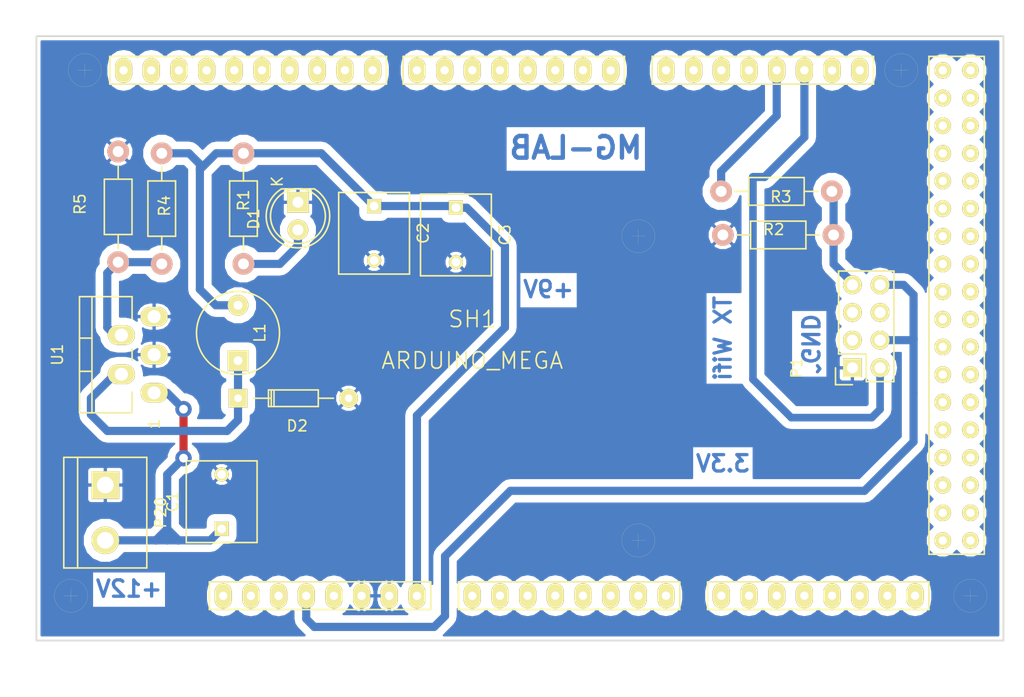
<source format=kicad_pcb>
(kicad_pcb (version 4) (host pcbnew 4.0.3+e1-6302~38~ubuntu14.04.1-stable)

  (general
    (links 30)
    (no_connects 0)
    (area 108.424999 77.674999 197.325001 133.325001)
    (thickness 1.6)
    (drawings 12)
    (tracks 89)
    (zones 0)
    (modules 15)
    (nets 93)
  )

  (page A4)
  (title_block
    (date "mar. 31 mars 2015")
  )

  (layers
    (0 F.Cu signal)
    (31 B.Cu signal)
    (32 B.Adhes user)
    (33 F.Adhes user)
    (34 B.Paste user)
    (35 F.Paste user)
    (36 B.SilkS user)
    (37 F.SilkS user)
    (38 B.Mask user)
    (39 F.Mask user)
    (40 Dwgs.User user)
    (41 Cmts.User user)
    (42 Eco1.User user)
    (43 Eco2.User user)
    (44 Edge.Cuts user)
    (45 Margin user)
    (46 B.CrtYd user)
    (47 F.CrtYd user)
    (48 B.Fab user)
    (49 F.Fab user)
  )

  (setup
    (last_trace_width 0.75)
    (user_trace_width 0.7)
    (user_trace_width 0.75)
    (user_trace_width 1)
    (user_trace_width 1.25)
    (trace_clearance 0.7)
    (zone_clearance 0.2)
    (zone_45_only no)
    (trace_min 0.7)
    (segment_width 0.15)
    (edge_width 0.15)
    (via_size 1.3)
    (via_drill 0.3)
    (via_min_size 1.3)
    (via_min_drill 0.3)
    (user_via 1.4 0.75)
    (user_via 1.5 0.8)
    (uvia_size 0.31)
    (uvia_drill 0.1)
    (uvias_allowed no)
    (uvia_min_size 0.31)
    (uvia_min_drill 0.1)
    (pcb_text_width 0.3)
    (pcb_text_size 1.5 1.5)
    (mod_edge_width 0.15)
    (mod_text_size 1 1)
    (mod_text_width 0.15)
    (pad_size 4.064 4.064)
    (pad_drill 3.048)
    (pad_to_mask_clearance 0)
    (aux_axis_origin 103.378 121.666)
    (visible_elements 7FFEFFFF)
    (pcbplotparams
      (layerselection 0x00030_80000001)
      (usegerberextensions false)
      (excludeedgelayer true)
      (linewidth 0.100000)
      (plotframeref false)
      (viasonmask false)
      (mode 1)
      (useauxorigin false)
      (hpglpennumber 1)
      (hpglpenspeed 20)
      (hpglpendiameter 15)
      (hpglpenoverlay 2)
      (psnegative false)
      (psa4output false)
      (plotreference true)
      (plotvalue true)
      (plotinvisibletext false)
      (padsonsilk false)
      (subtractmaskfromsilk false)
      (outputformat 1)
      (mirror false)
      (drillshape 0)
      (scaleselection 1)
      (outputdirectory ""))
  )

  (net 0 "")
  (net 1 GND)
  (net 2 "Net-(D2-Pad1)")
  (net 3 "Net-(SH1-PadNC)")
  (net 4 "Net-(SH1-PadIREF)")
  (net 5 "Net-(SH1-PadRST)")
  (net 6 "Net-(SH1-Pad5V/1)")
  (net 7 "Net-(SH1-PadA0)")
  (net 8 "Net-(SH1-PadGND4)")
  (net 9 "Net-(SH1-Pad50)")
  (net 10 "Net-(SH1-Pad51)")
  (net 11 "Net-(SH1-Pad52)")
  (net 12 "Net-(SH1-Pad53)")
  (net 13 "Net-(SH1-Pad22)")
  (net 14 "Net-(SH1-Pad23)")
  (net 15 "Net-(SH1-Pad24)")
  (net 16 "Net-(SH1-Pad25)")
  (net 17 "Net-(SH1-Pad26)")
  (net 18 "Net-(SH1-Pad27)")
  (net 19 "Net-(SH1-Pad28)")
  (net 20 "Net-(SH1-Pad29)")
  (net 21 "Net-(SH1-Pad30)")
  (net 22 "Net-(SH1-Pad31)")
  (net 23 "Net-(SH1-Pad32)")
  (net 24 "Net-(SH1-Pad33)")
  (net 25 "Net-(SH1-Pad34)")
  (net 26 "Net-(SH1-Pad35)")
  (net 27 "Net-(SH1-Pad36)")
  (net 28 "Net-(SH1-Pad37)")
  (net 29 "Net-(SH1-Pad38)")
  (net 30 "Net-(SH1-Pad39)")
  (net 31 "Net-(SH1-Pad40)")
  (net 32 "Net-(SH1-Pad41)")
  (net 33 "Net-(SH1-Pad42)")
  (net 34 "Net-(SH1-Pad43)")
  (net 35 "Net-(SH1-Pad44)")
  (net 36 "Net-(SH1-Pad45)")
  (net 37 "Net-(SH1-Pad46)")
  (net 38 "Net-(SH1-Pad47)")
  (net 39 "Net-(SH1-Pad48)")
  (net 40 "Net-(SH1-Pad49)")
  (net 41 "Net-(SH1-Pad5V/2)")
  (net 42 "Net-(SH1-Pad5V/3)")
  (net 43 "Net-(SH1-Pad21/1)")
  (net 44 "Net-(SH1-Pad20/1)")
  (net 45 "Net-(SH1-Pad0)")
  (net 46 "Net-(SH1-PadGND3)")
  (net 47 "Net-(SH1-PadAREF)")
  (net 48 "Net-(SH1-Pad20/2)")
  (net 49 "Net-(SH1-Pad21/2)")
  (net 50 "Net-(SH1-PadA1)")
  (net 51 "Net-(SH1-PadA2)")
  (net 52 "Net-(SH1-PadA3)")
  (net 53 "Net-(SH1-PadA4)")
  (net 54 "Net-(SH1-PadA5)")
  (net 55 "Net-(SH1-PadA6)")
  (net 56 "Net-(SH1-PadA7)")
  (net 57 "Net-(SH1-PadA8)")
  (net 58 "Net-(SH1-PadA9)")
  (net 59 "Net-(SH1-PadA10)")
  (net 60 "Net-(SH1-PadA11)")
  (net 61 "Net-(SH1-PadA12)")
  (net 62 "Net-(SH1-PadA13)")
  (net 63 "Net-(SH1-PadA14)")
  (net 64 "Net-(SH1-PadA15)")
  (net 65 "Net-(SH1-Pad1)")
  (net 66 "Net-(SH1-Pad2)")
  (net 67 "Net-(SH1-Pad3)")
  (net 68 "Net-(SH1-Pad4)")
  (net 69 "Net-(SH1-Pad5)")
  (net 70 "Net-(SH1-Pad6)")
  (net 71 "Net-(SH1-Pad7)")
  (net 72 "Net-(SH1-Pad8)")
  (net 73 "Net-(SH1-Pad9)")
  (net 74 "Net-(SH1-Pad10)")
  (net 75 "Net-(SH1-Pad11)")
  (net 76 "Net-(SH1-Pad12)")
  (net 77 "Net-(SH1-Pad13)")
  (net 78 "Net-(SH1-Pad14)")
  (net 79 "Net-(SH1-Pad15)")
  (net 80 "Net-(SH1-Pad16)")
  (net 81 "Net-(SH1-Pad17)")
  (net 82 "Net-(C1-Pad1)")
  (net 83 "Net-(D1-Pad2)")
  (net 84 /RXwifi)
  (net 85 "Net-(P1-Pad3)")
  (net 86 "Net-(P1-Pad5)")
  (net 87 "Net-(P1-Pad6)")
  (net 88 "Net-(P1-Pad7)")
  (net 89 +9V)
  (net 90 /TXwifi2)
  (net 91 +3.3VP)
  (net 92 "Net-(R4-Pad2)")

  (net_class Default "This is the default net class."
    (clearance 0.7)
    (trace_width 0.7)
    (via_dia 1.3)
    (via_drill 0.3)
    (uvia_dia 0.31)
    (uvia_drill 0.1)
    (add_net +3.3VP)
    (add_net +9V)
    (add_net /RXwifi)
    (add_net /TXwifi2)
    (add_net GND)
    (add_net "Net-(C1-Pad1)")
    (add_net "Net-(D1-Pad2)")
    (add_net "Net-(D2-Pad1)")
    (add_net "Net-(P1-Pad3)")
    (add_net "Net-(P1-Pad5)")
    (add_net "Net-(P1-Pad6)")
    (add_net "Net-(P1-Pad7)")
    (add_net "Net-(R4-Pad2)")
    (add_net "Net-(SH1-Pad0)")
    (add_net "Net-(SH1-Pad1)")
    (add_net "Net-(SH1-Pad10)")
    (add_net "Net-(SH1-Pad11)")
    (add_net "Net-(SH1-Pad12)")
    (add_net "Net-(SH1-Pad13)")
    (add_net "Net-(SH1-Pad14)")
    (add_net "Net-(SH1-Pad15)")
    (add_net "Net-(SH1-Pad16)")
    (add_net "Net-(SH1-Pad17)")
    (add_net "Net-(SH1-Pad2)")
    (add_net "Net-(SH1-Pad20/1)")
    (add_net "Net-(SH1-Pad20/2)")
    (add_net "Net-(SH1-Pad21/1)")
    (add_net "Net-(SH1-Pad21/2)")
    (add_net "Net-(SH1-Pad22)")
    (add_net "Net-(SH1-Pad23)")
    (add_net "Net-(SH1-Pad24)")
    (add_net "Net-(SH1-Pad25)")
    (add_net "Net-(SH1-Pad26)")
    (add_net "Net-(SH1-Pad27)")
    (add_net "Net-(SH1-Pad28)")
    (add_net "Net-(SH1-Pad29)")
    (add_net "Net-(SH1-Pad3)")
    (add_net "Net-(SH1-Pad30)")
    (add_net "Net-(SH1-Pad31)")
    (add_net "Net-(SH1-Pad32)")
    (add_net "Net-(SH1-Pad33)")
    (add_net "Net-(SH1-Pad34)")
    (add_net "Net-(SH1-Pad35)")
    (add_net "Net-(SH1-Pad36)")
    (add_net "Net-(SH1-Pad37)")
    (add_net "Net-(SH1-Pad38)")
    (add_net "Net-(SH1-Pad39)")
    (add_net "Net-(SH1-Pad4)")
    (add_net "Net-(SH1-Pad40)")
    (add_net "Net-(SH1-Pad41)")
    (add_net "Net-(SH1-Pad42)")
    (add_net "Net-(SH1-Pad43)")
    (add_net "Net-(SH1-Pad44)")
    (add_net "Net-(SH1-Pad45)")
    (add_net "Net-(SH1-Pad46)")
    (add_net "Net-(SH1-Pad47)")
    (add_net "Net-(SH1-Pad48)")
    (add_net "Net-(SH1-Pad49)")
    (add_net "Net-(SH1-Pad5)")
    (add_net "Net-(SH1-Pad50)")
    (add_net "Net-(SH1-Pad51)")
    (add_net "Net-(SH1-Pad52)")
    (add_net "Net-(SH1-Pad53)")
    (add_net "Net-(SH1-Pad5V/1)")
    (add_net "Net-(SH1-Pad5V/2)")
    (add_net "Net-(SH1-Pad5V/3)")
    (add_net "Net-(SH1-Pad6)")
    (add_net "Net-(SH1-Pad7)")
    (add_net "Net-(SH1-Pad8)")
    (add_net "Net-(SH1-Pad9)")
    (add_net "Net-(SH1-PadA0)")
    (add_net "Net-(SH1-PadA1)")
    (add_net "Net-(SH1-PadA10)")
    (add_net "Net-(SH1-PadA11)")
    (add_net "Net-(SH1-PadA12)")
    (add_net "Net-(SH1-PadA13)")
    (add_net "Net-(SH1-PadA14)")
    (add_net "Net-(SH1-PadA15)")
    (add_net "Net-(SH1-PadA2)")
    (add_net "Net-(SH1-PadA3)")
    (add_net "Net-(SH1-PadA4)")
    (add_net "Net-(SH1-PadA5)")
    (add_net "Net-(SH1-PadA6)")
    (add_net "Net-(SH1-PadA7)")
    (add_net "Net-(SH1-PadA8)")
    (add_net "Net-(SH1-PadA9)")
    (add_net "Net-(SH1-PadAREF)")
    (add_net "Net-(SH1-PadGND3)")
    (add_net "Net-(SH1-PadGND4)")
    (add_net "Net-(SH1-PadIREF)")
    (add_net "Net-(SH1-PadNC)")
    (add_net "Net-(SH1-PadRST)")
  )

  (module Capacitors_ThroughHole:C_Rect_L7.5_W6.5_P5 (layer F.Cu) (tedit 0) (tstamp 58206D18)
    (at 125.5 123 90)
    (descr "Film Capacitor Length 7.5mm x Width 6.5mm, Pitch 5mm")
    (tags Capacitor)
    (path /581B8CD7)
    (fp_text reference C1 (at 2.5 -4.5 90) (layer F.SilkS)
      (effects (font (size 1 1) (thickness 0.15)))
    )
    (fp_text value CP1 (at 2.5 4.5 90) (layer F.Fab)
      (effects (font (size 1 1) (thickness 0.15)))
    )
    (fp_line (start -1.5 -3.5) (end 6.5 -3.5) (layer F.CrtYd) (width 0.05))
    (fp_line (start 6.5 -3.5) (end 6.5 3.5) (layer F.CrtYd) (width 0.05))
    (fp_line (start 6.5 3.5) (end -1.5 3.5) (layer F.CrtYd) (width 0.05))
    (fp_line (start -1.5 3.5) (end -1.5 -3.5) (layer F.CrtYd) (width 0.05))
    (fp_line (start -1.25 -3.25) (end 6.25 -3.25) (layer F.SilkS) (width 0.15))
    (fp_line (start 6.25 -3.25) (end 6.25 3.25) (layer F.SilkS) (width 0.15))
    (fp_line (start 6.25 3.25) (end -1.25 3.25) (layer F.SilkS) (width 0.15))
    (fp_line (start -1.25 3.25) (end -1.25 -3.25) (layer F.SilkS) (width 0.15))
    (pad 1 thru_hole rect (at 0 0 90) (size 1.3 1.3) (drill 0.8) (layers *.Cu *.Mask F.SilkS)
      (net 82 "Net-(C1-Pad1)"))
    (pad 2 thru_hole circle (at 5 0 90) (size 1.3 1.3) (drill 0.8) (layers *.Cu *.Mask F.SilkS)
      (net 1 GND))
  )

  (module Capacitors_ThroughHole:C_Rect_L7.5_W6.5_P5 (layer F.Cu) (tedit 0) (tstamp 58206D26)
    (at 139.49 93.346 270)
    (descr "Film Capacitor Length 7.5mm x Width 6.5mm, Pitch 5mm")
    (tags Capacitor)
    (path /581B8582)
    (fp_text reference C2 (at 2.5 -4.5 270) (layer F.SilkS)
      (effects (font (size 1 1) (thickness 0.15)))
    )
    (fp_text value CP1 (at 2.5 4.5 270) (layer F.Fab)
      (effects (font (size 1 1) (thickness 0.15)))
    )
    (fp_line (start -1.5 -3.5) (end 6.5 -3.5) (layer F.CrtYd) (width 0.05))
    (fp_line (start 6.5 -3.5) (end 6.5 3.5) (layer F.CrtYd) (width 0.05))
    (fp_line (start 6.5 3.5) (end -1.5 3.5) (layer F.CrtYd) (width 0.05))
    (fp_line (start -1.5 3.5) (end -1.5 -3.5) (layer F.CrtYd) (width 0.05))
    (fp_line (start -1.25 -3.25) (end 6.25 -3.25) (layer F.SilkS) (width 0.15))
    (fp_line (start 6.25 -3.25) (end 6.25 3.25) (layer F.SilkS) (width 0.15))
    (fp_line (start 6.25 3.25) (end -1.25 3.25) (layer F.SilkS) (width 0.15))
    (fp_line (start -1.25 3.25) (end -1.25 -3.25) (layer F.SilkS) (width 0.15))
    (pad 1 thru_hole rect (at 0 0 270) (size 1.3 1.3) (drill 0.8) (layers *.Cu *.Mask F.SilkS)
      (net 89 +9V))
    (pad 2 thru_hole circle (at 5 0 270) (size 1.3 1.3) (drill 0.8) (layers *.Cu *.Mask F.SilkS)
      (net 1 GND))
  )

  (module Capacitors_ThroughHole:C_Rect_L7.5_W6.5_P5 (layer F.Cu) (tedit 0) (tstamp 58206D34)
    (at 147 93.5 270)
    (descr "Film Capacitor Length 7.5mm x Width 6.5mm, Pitch 5mm")
    (tags Capacitor)
    (path /581B84C7)
    (fp_text reference C3 (at 2.5 -4.5 270) (layer F.SilkS)
      (effects (font (size 1 1) (thickness 0.15)))
    )
    (fp_text value C (at 2.5 4.5 270) (layer F.Fab)
      (effects (font (size 1 1) (thickness 0.15)))
    )
    (fp_line (start -1.5 -3.5) (end 6.5 -3.5) (layer F.CrtYd) (width 0.05))
    (fp_line (start 6.5 -3.5) (end 6.5 3.5) (layer F.CrtYd) (width 0.05))
    (fp_line (start 6.5 3.5) (end -1.5 3.5) (layer F.CrtYd) (width 0.05))
    (fp_line (start -1.5 3.5) (end -1.5 -3.5) (layer F.CrtYd) (width 0.05))
    (fp_line (start -1.25 -3.25) (end 6.25 -3.25) (layer F.SilkS) (width 0.15))
    (fp_line (start 6.25 -3.25) (end 6.25 3.25) (layer F.SilkS) (width 0.15))
    (fp_line (start 6.25 3.25) (end -1.25 3.25) (layer F.SilkS) (width 0.15))
    (fp_line (start -1.25 3.25) (end -1.25 -3.25) (layer F.SilkS) (width 0.15))
    (pad 1 thru_hole rect (at 0 0 270) (size 1.3 1.3) (drill 0.8) (layers *.Cu *.Mask F.SilkS)
      (net 89 +9V))
    (pad 2 thru_hole circle (at 5 0 270) (size 1.3 1.3) (drill 0.8) (layers *.Cu *.Mask F.SilkS)
      (net 1 GND))
  )

  (module LEDs:LED-5MM (layer F.Cu) (tedit 5570F7EA) (tstamp 58206D40)
    (at 132.5 93 270)
    (descr "LED 5mm round vertical")
    (tags "LED 5mm round vertical")
    (path /581BE438)
    (fp_text reference D1 (at 1.524 4.064 270) (layer F.SilkS)
      (effects (font (size 1 1) (thickness 0.15)))
    )
    (fp_text value LED (at 1.524 -3.937 270) (layer F.Fab)
      (effects (font (size 1 1) (thickness 0.15)))
    )
    (fp_line (start -1.5 -1.55) (end -1.5 1.55) (layer F.CrtYd) (width 0.05))
    (fp_arc (start 1.3 0) (end -1.5 1.55) (angle -302) (layer F.CrtYd) (width 0.05))
    (fp_arc (start 1.27 0) (end -1.23 -1.5) (angle 297.5) (layer F.SilkS) (width 0.15))
    (fp_line (start -1.23 1.5) (end -1.23 -1.5) (layer F.SilkS) (width 0.15))
    (fp_circle (center 1.27 0) (end 0.97 -2.5) (layer F.SilkS) (width 0.15))
    (fp_text user K (at -1.905 1.905 270) (layer F.SilkS)
      (effects (font (size 1 1) (thickness 0.15)))
    )
    (pad 1 thru_hole rect (at 0 0) (size 2 1.9) (drill 1.00076) (layers *.Cu *.Mask F.SilkS)
      (net 1 GND))
    (pad 2 thru_hole circle (at 2.54 0 270) (size 1.9 1.9) (drill 1.00076) (layers *.Cu *.Mask F.SilkS)
      (net 83 "Net-(D1-Pad2)"))
    (model LEDs.3dshapes/LED-5MM.wrl
      (at (xyz 0.05 0 0))
      (scale (xyz 1 1 1))
      (rotate (xyz 0 0 90))
    )
  )

  (module Diodes_ThroughHole:Diode_DO-35_SOD27_Horizontal_RM10 (layer F.Cu) (tedit 552FFC30) (tstamp 58206D4F)
    (at 127 111)
    (descr "Diode, DO-35,  SOD27, Horizontal, RM 10mm")
    (tags "Diode, DO-35, SOD27, Horizontal, RM 10mm, 1N4148,")
    (path /581B7289)
    (fp_text reference D2 (at 5.43052 2.53746) (layer F.SilkS)
      (effects (font (size 1 1) (thickness 0.15)))
    )
    (fp_text value D (at 4.41452 -3.55854) (layer F.Fab)
      (effects (font (size 1 1) (thickness 0.15)))
    )
    (fp_line (start 7.36652 -0.00254) (end 8.76352 -0.00254) (layer F.SilkS) (width 0.15))
    (fp_line (start 2.92152 -0.00254) (end 1.39752 -0.00254) (layer F.SilkS) (width 0.15))
    (fp_line (start 3.30252 -0.76454) (end 3.30252 0.75946) (layer F.SilkS) (width 0.15))
    (fp_line (start 3.04852 -0.76454) (end 3.04852 0.75946) (layer F.SilkS) (width 0.15))
    (fp_line (start 2.79452 -0.00254) (end 2.79452 0.75946) (layer F.SilkS) (width 0.15))
    (fp_line (start 2.79452 0.75946) (end 7.36652 0.75946) (layer F.SilkS) (width 0.15))
    (fp_line (start 7.36652 0.75946) (end 7.36652 -0.76454) (layer F.SilkS) (width 0.15))
    (fp_line (start 7.36652 -0.76454) (end 2.79452 -0.76454) (layer F.SilkS) (width 0.15))
    (fp_line (start 2.79452 -0.76454) (end 2.79452 -0.00254) (layer F.SilkS) (width 0.15))
    (pad 2 thru_hole circle (at 10.16052 -0.00254 180) (size 1.69926 1.69926) (drill 0.70104) (layers *.Cu *.Mask F.SilkS)
      (net 1 GND))
    (pad 1 thru_hole rect (at 0.00052 -0.00254 180) (size 1.69926 1.69926) (drill 0.70104) (layers *.Cu *.Mask F.SilkS)
      (net 2 "Net-(D2-Pad1)"))
    (model Diodes_ThroughHole.3dshapes/Diode_DO-35_SOD27_Horizontal_RM10.wrl
      (at (xyz 0.2 0 0))
      (scale (xyz 0.4 0.4 0.4))
      (rotate (xyz 0 0 180))
    )
  )

  (module Inductors:INDUCTOR_V (layer F.Cu) (tedit 0) (tstamp 58206D56)
    (at 127 105 90)
    (descr "Inductor (vertical)")
    (tags INDUCTOR)
    (path /581B8846)
    (fp_text reference L1 (at 0 1.99898 90) (layer F.SilkS)
      (effects (font (size 1 1) (thickness 0.15)))
    )
    (fp_text value INDUCTOR (at 0.09906 -1.99898 90) (layer F.Fab)
      (effects (font (size 1 1) (thickness 0.15)))
    )
    (fp_circle (center 0 0) (end 3.81 0) (layer F.SilkS) (width 0.15))
    (pad 1 thru_hole rect (at -2.54 0 90) (size 1.905 1.905) (drill 0.8128) (layers *.Cu *.Mask F.SilkS)
      (net 2 "Net-(D2-Pad1)"))
    (pad 2 thru_hole circle (at 2.54 0 90) (size 1.905 1.905) (drill 0.8128) (layers *.Cu *.Mask F.SilkS)
      (net 89 +9V))
    (model Inductors.3dshapes/INDUCTOR_V.wrl
      (at (xyz 0 0 0))
      (scale (xyz 2 2 2))
      (rotate (xyz 0 0 0))
    )
  )

  (module Socket_Strips:Socket_Strip_Straight_2x04 (layer F.Cu) (tedit 0) (tstamp 58206D6E)
    (at 183.388 108.204 90)
    (descr "Through hole socket strip")
    (tags "socket strip")
    (path /581C118F)
    (fp_text reference P1 (at 0 -5.1 90) (layer F.SilkS)
      (effects (font (size 1 1) (thickness 0.15)))
    )
    (fp_text value "modulo wifi" (at 0 -3.1 90) (layer F.Fab)
      (effects (font (size 1 1) (thickness 0.15)))
    )
    (fp_line (start -1.75 -1.75) (end -1.75 4.3) (layer F.CrtYd) (width 0.05))
    (fp_line (start 9.4 -1.75) (end 9.4 4.3) (layer F.CrtYd) (width 0.05))
    (fp_line (start -1.75 -1.75) (end 9.4 -1.75) (layer F.CrtYd) (width 0.05))
    (fp_line (start -1.75 4.3) (end 9.4 4.3) (layer F.CrtYd) (width 0.05))
    (fp_line (start 1.27 -1.27) (end 8.89 -1.27) (layer F.SilkS) (width 0.15))
    (fp_line (start 8.89 -1.27) (end 8.89 3.81) (layer F.SilkS) (width 0.15))
    (fp_line (start 8.89 3.81) (end -1.27 3.81) (layer F.SilkS) (width 0.15))
    (fp_line (start -1.27 3.81) (end -1.27 1.27) (layer F.SilkS) (width 0.15))
    (fp_line (start 0 -1.55) (end -1.55 -1.55) (layer F.SilkS) (width 0.15))
    (fp_line (start -1.27 1.27) (end 1.27 1.27) (layer F.SilkS) (width 0.15))
    (fp_line (start 1.27 1.27) (end 1.27 -1.27) (layer F.SilkS) (width 0.15))
    (fp_line (start -1.55 -1.55) (end -1.55 0) (layer F.SilkS) (width 0.15))
    (pad 1 thru_hole rect (at 0 0 90) (size 1.7272 1.7272) (drill 1.016) (layers *.Cu *.Mask F.SilkS)
      (net 1 GND))
    (pad 2 thru_hole oval (at 0 2.54 90) (size 1.7272 1.7272) (drill 1.016) (layers *.Cu *.Mask F.SilkS)
      (net 90 /TXwifi2))
    (pad 3 thru_hole oval (at 2.54 0 90) (size 1.7272 1.7272) (drill 1.016) (layers *.Cu *.Mask F.SilkS)
      (net 85 "Net-(P1-Pad3)"))
    (pad 4 thru_hole oval (at 2.54 2.54 90) (size 1.7272 1.7272) (drill 1.016) (layers *.Cu *.Mask F.SilkS)
      (net 91 +3.3VP))
    (pad 5 thru_hole oval (at 5.08 0 90) (size 1.7272 1.7272) (drill 1.016) (layers *.Cu *.Mask F.SilkS)
      (net 86 "Net-(P1-Pad5)"))
    (pad 6 thru_hole oval (at 5.08 2.54 90) (size 1.7272 1.7272) (drill 1.016) (layers *.Cu *.Mask F.SilkS)
      (net 87 "Net-(P1-Pad6)"))
    (pad 7 thru_hole oval (at 7.62 0 90) (size 1.7272 1.7272) (drill 1.016) (layers *.Cu *.Mask F.SilkS)
      (net 88 "Net-(P1-Pad7)"))
    (pad 8 thru_hole oval (at 7.62 2.54 90) (size 1.7272 1.7272) (drill 1.016) (layers *.Cu *.Mask F.SilkS)
      (net 91 +3.3VP))
    (model Socket_Strips.3dshapes/Socket_Strip_Straight_2x04.wrl
      (at (xyz 0.15 -0.05 0))
      (scale (xyz 1 1 1))
      (rotate (xyz 0 0 180))
    )
  )

  (module Connect:bornier2 (layer F.Cu) (tedit 0) (tstamp 58206D79)
    (at 114.82 121.508 270)
    (descr "Bornier d'alimentation 2 pins")
    (tags DEV)
    (path /581B8F24)
    (fp_text reference P20 (at 0 -5.08 270) (layer F.SilkS)
      (effects (font (size 1 1) (thickness 0.15)))
    )
    (fp_text value CONN_01X02 (at 0 5.08 270) (layer F.Fab)
      (effects (font (size 1 1) (thickness 0.15)))
    )
    (fp_line (start 5.08 2.54) (end -5.08 2.54) (layer F.SilkS) (width 0.15))
    (fp_line (start 5.08 3.81) (end 5.08 -3.81) (layer F.SilkS) (width 0.15))
    (fp_line (start 5.08 -3.81) (end -5.08 -3.81) (layer F.SilkS) (width 0.15))
    (fp_line (start -5.08 -3.81) (end -5.08 3.81) (layer F.SilkS) (width 0.15))
    (fp_line (start -5.08 3.81) (end 5.08 3.81) (layer F.SilkS) (width 0.15))
    (pad 1 thru_hole rect (at -2.54 0 270) (size 2.54 2.54) (drill 1.524) (layers *.Cu *.Mask F.SilkS)
      (net 1 GND))
    (pad 2 thru_hole circle (at 2.54 0 270) (size 2.54 2.54) (drill 1.524) (layers *.Cu *.Mask F.SilkS)
      (net 82 "Net-(C1-Pad1)"))
    (model Connect.3dshapes/bornier2.wrl
      (at (xyz 0 0 0))
      (scale (xyz 1 1 1))
      (rotate (xyz 0 0 0))
    )
  )

  (module huellas:ARDUINO_MEGA_2560_R3_ELL (layer F.Cu) (tedit 54A4100D) (tstamp 58206E51)
    (at 148.5011 105.0036)
    (path /581B52C0)
    (fp_text reference SH1 (at 0 -1.27) (layer F.SilkS)
      (effects (font (size 1.5 1.5) (thickness 0.15)))
    )
    (fp_text value ARDUINO_MEGA (at 0 2.54) (layer F.SilkS)
      (effects (font (size 1.5 1.5) (thickness 0.15)))
    )
    (fp_circle (center -36.83 24.13) (end -35.306 24.13) (layer F.SilkS) (width 0.01))
    (fp_circle (center 15.24 19.05) (end 16.764 19.05) (layer F.SilkS) (width 0.01))
    (fp_circle (center 45.72 24.13) (end 47.244 24.13) (layer F.SilkS) (width 0.01))
    (fp_circle (center 39.37 -24.13) (end 37.846 -24.13) (layer F.SilkS) (width 0.01))
    (fp_circle (center 15.24 -8.89) (end 13.716 -8.89) (layer F.SilkS) (width 0.01))
    (fp_circle (center -35.56 -24.13) (end -37.084 -24.13) (layer F.SilkS) (width 0.01))
    (fp_line (start -7.874 -25.4) (end -7.874 -22.86) (layer F.SilkS) (width 0.15))
    (fp_line (start -7.874 -22.86) (end -33.274 -22.86) (layer F.SilkS) (width 0.15))
    (fp_line (start -33.274 -22.86) (end -33.274 -25.4) (layer F.SilkS) (width 0.15))
    (fp_line (start -33.274 -25.4) (end -7.874 -25.4) (layer F.SilkS) (width 0.15))
    (fp_line (start -36.195 -24.13) (end -34.925 -24.13) (layer F.SilkS) (width 0.01))
    (fp_line (start -35.56 -24.765) (end -35.56 -23.495) (layer F.SilkS) (width 0.01))
    (fp_line (start -37.465 24.13) (end -36.195 24.13) (layer F.SilkS) (width 0.01))
    (fp_line (start -36.83 23.495) (end -36.83 24.765) (layer F.SilkS) (width 0.01))
    (fp_line (start 45.085 24.13) (end 46.355 24.13) (layer F.SilkS) (width 0.01))
    (fp_line (start 45.72 23.495) (end 45.72 24.765) (layer F.SilkS) (width 0.01))
    (fp_line (start 14.605 19.05) (end 15.875 19.05) (layer F.SilkS) (width 0.01))
    (fp_line (start 15.24 18.415) (end 15.24 19.685) (layer F.SilkS) (width 0.01))
    (fp_line (start 14.605 -8.89) (end 15.875 -8.89) (layer F.SilkS) (width 0.01))
    (fp_line (start 15.24 -9.525) (end 15.24 -8.255) (layer F.SilkS) (width 0.01))
    (fp_line (start 38.735 -24.13) (end 40.005 -24.13) (layer F.SilkS) (width 0.01))
    (fp_line (start 39.37 -24.765) (end 39.37 -23.495) (layer F.SilkS) (width 0.01))
    (fp_line (start 13.97 -25.4) (end 13.97 -22.86) (layer F.SilkS) (width 0.15))
    (fp_line (start 13.97 -22.86) (end -6.35 -22.86) (layer F.SilkS) (width 0.15))
    (fp_line (start -6.35 -22.86) (end -6.35 -25.4) (layer F.SilkS) (width 0.15))
    (fp_line (start -6.35 -25.4) (end 13.97 -25.4) (layer F.SilkS) (width 0.15))
    (fp_line (start 36.83 -25.4) (end 36.83 -22.86) (layer F.SilkS) (width 0.15))
    (fp_line (start 36.83 -22.86) (end 16.51 -22.86) (layer F.SilkS) (width 0.15))
    (fp_line (start 16.51 -22.86) (end 16.51 -25.4) (layer F.SilkS) (width 0.15))
    (fp_line (start 16.51 -25.4) (end 36.83 -25.4) (layer F.SilkS) (width 0.15))
    (fp_line (start 41.91 20.32) (end 46.99 20.32) (layer F.SilkS) (width 0.15))
    (fp_line (start 46.99 20.32) (end 46.99 -25.4) (layer F.SilkS) (width 0.15))
    (fp_line (start 46.99 -25.4) (end 41.91 -25.4) (layer F.SilkS) (width 0.15))
    (fp_line (start 41.91 -25.4) (end 41.91 20.32) (layer F.SilkS) (width 0.15))
    (fp_line (start -3.81 22.86) (end -3.81 25.4) (layer F.SilkS) (width 0.15))
    (fp_line (start -3.81 25.4) (end -24.13 25.4) (layer F.SilkS) (width 0.15))
    (fp_line (start -24.13 25.4) (end -24.13 22.86) (layer F.SilkS) (width 0.15))
    (fp_line (start -24.13 22.86) (end -3.81 22.86) (layer F.SilkS) (width 0.15))
    (fp_line (start 19.05 25.4) (end 19.05 22.86) (layer F.SilkS) (width 0.15))
    (fp_line (start 19.05 22.86) (end -1.27 22.86) (layer F.SilkS) (width 0.15))
    (fp_line (start -1.27 22.86) (end -1.27 25.4) (layer F.SilkS) (width 0.15))
    (fp_line (start -1.27 25.4) (end 19.05 25.4) (layer F.SilkS) (width 0.15))
    (fp_line (start 21.59 22.86) (end 41.91 22.86) (layer F.SilkS) (width 0.15))
    (fp_line (start 41.91 22.86) (end 41.91 25.4) (layer F.SilkS) (width 0.15))
    (fp_line (start 41.91 25.4) (end 21.59 25.4) (layer F.SilkS) (width 0.15))
    (fp_line (start 21.59 25.4) (end 21.59 22.86) (layer F.SilkS) (width 0.15))
    (pad NC thru_hole oval (at -22.86 24.1427) (size 1.5748 2.286) (drill 0.762) (layers *.Cu *.Mask F.SilkS)
      (net 3 "Net-(SH1-PadNC)"))
    (pad IREF thru_hole oval (at -20.32 24.1427) (size 1.5748 2.286) (drill 0.762) (layers *.Cu *.Mask F.SilkS)
      (net 4 "Net-(SH1-PadIREF)"))
    (pad RST thru_hole oval (at -17.78 24.1427) (size 1.5748 2.286) (drill 0.762) (layers *.Cu *.Mask F.SilkS)
      (net 5 "Net-(SH1-PadRST)"))
    (pad 3V3 thru_hole oval (at -15.24 24.1427) (size 1.5748 2.286) (drill 0.762) (layers *.Cu *.Mask F.SilkS)
      (net 91 +3.3VP))
    (pad 5V/1 thru_hole oval (at -12.7 24.1427) (size 1.5748 2.286) (drill 0.762) (layers *.Cu *.Mask F.SilkS)
      (net 6 "Net-(SH1-Pad5V/1)"))
    (pad GND1 thru_hole oval (at -10.16 24.1427) (size 1.5748 2.286) (drill 0.762) (layers *.Cu *.Mask F.SilkS)
      (net 1 GND))
    (pad GND2 thru_hole oval (at -7.62 24.1427) (size 1.5748 2.286) (drill 0.762) (layers *.Cu *.Mask F.SilkS)
      (net 1 GND))
    (pad VIN thru_hole oval (at -5.08 24.1427) (size 1.5748 2.286) (drill 0.762) (layers *.Cu *.Mask F.SilkS)
      (net 89 +9V))
    (pad A0 thru_hole oval (at 0 24.1427) (size 1.5748 2.286) (drill 0.762) (layers *.Cu *.Mask F.SilkS)
      (net 7 "Net-(SH1-PadA0)"))
    (pad GND4 thru_hole circle (at 43.18 19.0627) (size 1.524 1.524) (drill 0.762) (layers *.Cu *.Mask F.SilkS)
      (net 8 "Net-(SH1-PadGND4)"))
    (pad GND5 thru_hole circle (at 45.72 19.0627) (size 1.524 1.524) (drill 0.762) (layers *.Cu *.Mask F.SilkS))
    (pad 50 thru_hole circle (at 43.18 13.9827) (size 1.524 1.524) (drill 0.762) (layers *.Cu *.Mask F.SilkS)
      (net 9 "Net-(SH1-Pad50)"))
    (pad 51 thru_hole circle (at 45.72 13.9827) (size 1.524 1.524) (drill 0.762) (layers *.Cu *.Mask F.SilkS)
      (net 10 "Net-(SH1-Pad51)"))
    (pad 52 thru_hole circle (at 43.18 16.5227) (size 1.524 1.524) (drill 0.762) (layers *.Cu *.Mask F.SilkS)
      (net 11 "Net-(SH1-Pad52)"))
    (pad 53 thru_hole circle (at 45.72 16.5227) (size 1.524 1.524) (drill 0.762) (layers *.Cu *.Mask F.SilkS)
      (net 12 "Net-(SH1-Pad53)"))
    (pad 22 thru_hole circle (at 43.18 -21.5773) (size 1.524 1.524) (drill 0.762) (layers *.Cu *.Mask F.SilkS)
      (net 13 "Net-(SH1-Pad22)"))
    (pad 23 thru_hole circle (at 45.72 -21.5773) (size 1.524 1.524) (drill 0.762) (layers *.Cu *.Mask F.SilkS)
      (net 14 "Net-(SH1-Pad23)"))
    (pad 24 thru_hole circle (at 43.18 -19.0373) (size 1.524 1.524) (drill 0.762) (layers *.Cu *.Mask F.SilkS)
      (net 15 "Net-(SH1-Pad24)"))
    (pad 25 thru_hole circle (at 45.72 -19.0373) (size 1.524 1.524) (drill 0.762) (layers *.Cu *.Mask F.SilkS)
      (net 16 "Net-(SH1-Pad25)"))
    (pad 26 thru_hole circle (at 43.18 -16.4973) (size 1.524 1.524) (drill 0.762) (layers *.Cu *.Mask F.SilkS)
      (net 17 "Net-(SH1-Pad26)"))
    (pad 27 thru_hole circle (at 45.72 -16.4973) (size 1.524 1.524) (drill 0.762) (layers *.Cu *.Mask F.SilkS)
      (net 18 "Net-(SH1-Pad27)"))
    (pad 28 thru_hole circle (at 43.18 -13.9573) (size 1.524 1.524) (drill 0.762) (layers *.Cu *.Mask F.SilkS)
      (net 19 "Net-(SH1-Pad28)"))
    (pad 29 thru_hole circle (at 45.72 -13.9573) (size 1.524 1.524) (drill 0.762) (layers *.Cu *.Mask F.SilkS)
      (net 20 "Net-(SH1-Pad29)"))
    (pad 30 thru_hole circle (at 43.18 -11.4173) (size 1.524 1.524) (drill 0.762) (layers *.Cu *.Mask F.SilkS)
      (net 21 "Net-(SH1-Pad30)"))
    (pad 31 thru_hole circle (at 45.72 -11.4173) (size 1.524 1.524) (drill 0.762) (layers *.Cu *.Mask F.SilkS)
      (net 22 "Net-(SH1-Pad31)"))
    (pad 32 thru_hole circle (at 43.18 -8.8773) (size 1.524 1.524) (drill 0.762) (layers *.Cu *.Mask F.SilkS)
      (net 23 "Net-(SH1-Pad32)"))
    (pad 33 thru_hole circle (at 45.72 -8.8773) (size 1.524 1.524) (drill 0.762) (layers *.Cu *.Mask F.SilkS)
      (net 24 "Net-(SH1-Pad33)"))
    (pad 34 thru_hole circle (at 43.18 -6.3373) (size 1.524 1.524) (drill 0.762) (layers *.Cu *.Mask F.SilkS)
      (net 25 "Net-(SH1-Pad34)"))
    (pad 35 thru_hole circle (at 45.72 -6.3373) (size 1.524 1.524) (drill 0.762) (layers *.Cu *.Mask F.SilkS)
      (net 26 "Net-(SH1-Pad35)"))
    (pad 36 thru_hole circle (at 43.18 -3.7973) (size 1.524 1.524) (drill 0.762) (layers *.Cu *.Mask F.SilkS)
      (net 27 "Net-(SH1-Pad36)"))
    (pad 37 thru_hole circle (at 45.72 -3.7973) (size 1.524 1.524) (drill 0.762) (layers *.Cu *.Mask F.SilkS)
      (net 28 "Net-(SH1-Pad37)"))
    (pad 38 thru_hole circle (at 43.18 -1.2573) (size 1.524 1.524) (drill 0.762) (layers *.Cu *.Mask F.SilkS)
      (net 29 "Net-(SH1-Pad38)"))
    (pad 39 thru_hole circle (at 45.72 -1.2573) (size 1.524 1.524) (drill 0.762) (layers *.Cu *.Mask F.SilkS)
      (net 30 "Net-(SH1-Pad39)"))
    (pad 40 thru_hole circle (at 43.18 1.2827) (size 1.524 1.524) (drill 0.762) (layers *.Cu *.Mask F.SilkS)
      (net 31 "Net-(SH1-Pad40)"))
    (pad 41 thru_hole circle (at 45.72 1.2827) (size 1.524 1.524) (drill 0.762) (layers *.Cu *.Mask F.SilkS)
      (net 32 "Net-(SH1-Pad41)"))
    (pad 42 thru_hole circle (at 43.18 3.8227) (size 1.524 1.524) (drill 0.762) (layers *.Cu *.Mask F.SilkS)
      (net 33 "Net-(SH1-Pad42)"))
    (pad 43 thru_hole circle (at 45.72 3.8227) (size 1.524 1.524) (drill 0.762) (layers *.Cu *.Mask F.SilkS)
      (net 34 "Net-(SH1-Pad43)"))
    (pad 44 thru_hole circle (at 43.18 6.3627) (size 1.524 1.524) (drill 0.762) (layers *.Cu *.Mask F.SilkS)
      (net 35 "Net-(SH1-Pad44)"))
    (pad 45 thru_hole circle (at 45.72 6.3627) (size 1.524 1.524) (drill 0.762) (layers *.Cu *.Mask F.SilkS)
      (net 36 "Net-(SH1-Pad45)"))
    (pad 46 thru_hole circle (at 43.18 8.9027) (size 1.524 1.524) (drill 0.762) (layers *.Cu *.Mask F.SilkS)
      (net 37 "Net-(SH1-Pad46)"))
    (pad 47 thru_hole circle (at 45.72 8.9027) (size 1.524 1.524) (drill 0.762) (layers *.Cu *.Mask F.SilkS)
      (net 38 "Net-(SH1-Pad47)"))
    (pad 48 thru_hole circle (at 43.18 11.4427) (size 1.524 1.524) (drill 0.762) (layers *.Cu *.Mask F.SilkS)
      (net 39 "Net-(SH1-Pad48)"))
    (pad 49 thru_hole circle (at 45.72 11.4427) (size 1.524 1.524) (drill 0.762) (layers *.Cu *.Mask F.SilkS)
      (net 40 "Net-(SH1-Pad49)"))
    (pad 5V/2 thru_hole circle (at 43.18 -24.1173) (size 1.524 1.524) (drill 0.762) (layers *.Cu *.Mask F.SilkS)
      (net 41 "Net-(SH1-Pad5V/2)"))
    (pad 5V/3 thru_hole circle (at 45.72 -24.1173) (size 1.524 1.524) (drill 0.762) (layers *.Cu *.Mask F.SilkS)
      (net 42 "Net-(SH1-Pad5V/3)"))
    (pad 21/1 thru_hole oval (at 35.56 -24.1173) (size 1.5748 2.286) (drill 0.762) (layers *.Cu *.Mask F.SilkS)
      (net 43 "Net-(SH1-Pad21/1)"))
    (pad 20/1 thru_hole oval (at 33.02 -24.1173) (size 1.5748 2.286) (drill 0.762) (layers *.Cu *.Mask F.SilkS)
      (net 44 "Net-(SH1-Pad20/1)"))
    (pad 0 thru_hole oval (at 12.7 -24.1173) (size 1.5748 2.286) (drill 0.762) (layers *.Cu *.Mask F.SilkS)
      (net 45 "Net-(SH1-Pad0)"))
    (pad GND3 thru_hole oval (at -24.384 -24.1173) (size 1.5748 2.286) (drill 0.762) (layers *.Cu *.Mask F.SilkS)
      (net 46 "Net-(SH1-PadGND3)"))
    (pad AREF thru_hole oval (at -26.924 -24.1173) (size 1.5748 2.286) (drill 0.762) (layers *.Cu *.Mask F.SilkS)
      (net 47 "Net-(SH1-PadAREF)"))
    (pad 20/2 thru_hole oval (at -29.464 -24.1173) (size 1.5748 2.286) (drill 0.762) (layers *.Cu *.Mask F.SilkS)
      (net 48 "Net-(SH1-Pad20/2)"))
    (pad 21/2 thru_hole oval (at -32.004 -24.1173) (size 1.5748 2.286) (drill 0.762) (layers *.Cu *.Mask F.SilkS)
      (net 49 "Net-(SH1-Pad21/2)"))
    (pad A1 thru_hole oval (at 2.54 24.13) (size 1.5748 2.286) (drill 0.762) (layers *.Cu *.Mask F.SilkS)
      (net 50 "Net-(SH1-PadA1)"))
    (pad A2 thru_hole oval (at 5.08 24.13) (size 1.5748 2.286) (drill 0.762) (layers *.Cu *.Mask F.SilkS)
      (net 51 "Net-(SH1-PadA2)"))
    (pad A3 thru_hole oval (at 7.62 24.13) (size 1.5748 2.286) (drill 0.762) (layers *.Cu *.Mask F.SilkS)
      (net 52 "Net-(SH1-PadA3)"))
    (pad A4 thru_hole oval (at 10.16 24.13) (size 1.5748 2.286) (drill 0.762) (layers *.Cu *.Mask F.SilkS)
      (net 53 "Net-(SH1-PadA4)"))
    (pad A5 thru_hole oval (at 12.7 24.13) (size 1.5748 2.286) (drill 0.762) (layers *.Cu *.Mask F.SilkS)
      (net 54 "Net-(SH1-PadA5)"))
    (pad A6 thru_hole oval (at 15.24 24.13) (size 1.5748 2.286) (drill 0.762) (layers *.Cu *.Mask F.SilkS)
      (net 55 "Net-(SH1-PadA6)"))
    (pad A7 thru_hole oval (at 17.78 24.13) (size 1.5748 2.286) (drill 0.762) (layers *.Cu *.Mask F.SilkS)
      (net 56 "Net-(SH1-PadA7)"))
    (pad A8 thru_hole oval (at 22.86 24.13) (size 1.5748 2.286) (drill 0.762) (layers *.Cu *.Mask F.SilkS)
      (net 57 "Net-(SH1-PadA8)"))
    (pad A9 thru_hole oval (at 25.4 24.13) (size 1.5748 2.286) (drill 0.762) (layers *.Cu *.Mask F.SilkS)
      (net 58 "Net-(SH1-PadA9)"))
    (pad A10 thru_hole oval (at 27.94 24.13) (size 1.5748 2.286) (drill 0.762) (layers *.Cu *.Mask F.SilkS)
      (net 59 "Net-(SH1-PadA10)"))
    (pad A11 thru_hole oval (at 30.48 24.13) (size 1.5748 2.286) (drill 0.762) (layers *.Cu *.Mask F.SilkS)
      (net 60 "Net-(SH1-PadA11)"))
    (pad A12 thru_hole oval (at 33.02 24.13) (size 1.5748 2.286) (drill 0.762) (layers *.Cu *.Mask F.SilkS)
      (net 61 "Net-(SH1-PadA12)"))
    (pad A13 thru_hole oval (at 35.56 24.13) (size 1.5748 2.286) (drill 0.762) (layers *.Cu *.Mask F.SilkS)
      (net 62 "Net-(SH1-PadA13)"))
    (pad A14 thru_hole oval (at 38.1 24.13) (size 1.5748 2.286) (drill 0.762) (layers *.Cu *.Mask F.SilkS)
      (net 63 "Net-(SH1-PadA14)"))
    (pad A15 thru_hole oval (at 40.64 24.13) (size 1.5748 2.286) (drill 0.762) (layers *.Cu *.Mask F.SilkS)
      (net 64 "Net-(SH1-PadA15)"))
    (pad 1 thru_hole oval (at 10.16 -24.13) (size 1.5748 2.286) (drill 0.762) (layers *.Cu *.Mask F.SilkS)
      (net 65 "Net-(SH1-Pad1)"))
    (pad 2 thru_hole oval (at 7.62 -24.13) (size 1.5748 2.286) (drill 0.762) (layers *.Cu *.Mask F.SilkS)
      (net 66 "Net-(SH1-Pad2)"))
    (pad 3 thru_hole oval (at 5.08 -24.13) (size 1.5748 2.286) (drill 0.762) (layers *.Cu *.Mask F.SilkS)
      (net 67 "Net-(SH1-Pad3)"))
    (pad 4 thru_hole oval (at 2.54 -24.13) (size 1.5748 2.286) (drill 0.762) (layers *.Cu *.Mask F.SilkS)
      (net 68 "Net-(SH1-Pad4)"))
    (pad 5 thru_hole oval (at 0 -24.13) (size 1.5748 2.286) (drill 0.762) (layers *.Cu *.Mask F.SilkS)
      (net 69 "Net-(SH1-Pad5)"))
    (pad 6 thru_hole oval (at -2.54 -24.13) (size 1.5748 2.286) (drill 0.762) (layers *.Cu *.Mask F.SilkS)
      (net 70 "Net-(SH1-Pad6)"))
    (pad 7 thru_hole oval (at -5.08 -24.13) (size 1.5748 2.286) (drill 0.762) (layers *.Cu *.Mask F.SilkS)
      (net 71 "Net-(SH1-Pad7)"))
    (pad 8 thru_hole oval (at -9.144 -24.13) (size 1.5748 2.286) (drill 0.762) (layers *.Cu *.Mask F.SilkS)
      (net 72 "Net-(SH1-Pad8)"))
    (pad 9 thru_hole oval (at -11.684 -24.13) (size 1.5748 2.286) (drill 0.762) (layers *.Cu *.Mask F.SilkS)
      (net 73 "Net-(SH1-Pad9)"))
    (pad 10 thru_hole oval (at -14.224 -24.13) (size 1.5748 2.286) (drill 0.762) (layers *.Cu *.Mask F.SilkS)
      (net 74 "Net-(SH1-Pad10)"))
    (pad 11 thru_hole oval (at -16.764 -24.13) (size 1.5748 2.286) (drill 0.762) (layers *.Cu *.Mask F.SilkS)
      (net 75 "Net-(SH1-Pad11)"))
    (pad 12 thru_hole oval (at -19.304 -24.13) (size 1.5748 2.286) (drill 0.762) (layers *.Cu *.Mask F.SilkS)
      (net 76 "Net-(SH1-Pad12)"))
    (pad 13 thru_hole oval (at -21.844 -24.13) (size 1.5748 2.286) (drill 0.762) (layers *.Cu *.Mask F.SilkS)
      (net 77 "Net-(SH1-Pad13)"))
    (pad 14 thru_hole oval (at 17.78 -24.13) (size 1.5748 2.286) (drill 0.762) (layers *.Cu *.Mask F.SilkS)
      (net 78 "Net-(SH1-Pad14)"))
    (pad 15 thru_hole oval (at 20.32 -24.13) (size 1.5748 2.286) (drill 0.762) (layers *.Cu *.Mask F.SilkS)
      (net 79 "Net-(SH1-Pad15)"))
    (pad 16 thru_hole oval (at 22.86 -24.13) (size 1.5748 2.286) (drill 0.762) (layers *.Cu *.Mask F.SilkS)
      (net 80 "Net-(SH1-Pad16)"))
    (pad 17 thru_hole oval (at 25.4 -24.13) (size 1.5748 2.286) (drill 0.762) (layers *.Cu *.Mask F.SilkS)
      (net 81 "Net-(SH1-Pad17)"))
    (pad 18 thru_hole oval (at 27.94 -24.13) (size 1.5748 2.286) (drill 0.762) (layers *.Cu *.Mask F.SilkS)
      (net 84 /RXwifi))
    (pad 19 thru_hole oval (at 30.48 -24.13) (size 1.5748 2.286) (drill 0.762) (layers *.Cu *.Mask F.SilkS)
      (net 90 /TXwifi2))
    (model Bureau/Librairie_kicad_arduino/Library_3D_shield_arduino/Shield_Arduino/Arduino_Mega/arduino_MEGA_header_long+.wrl
      (at (xyz 0 0 0))
      (scale (xyz 1 1 1))
      (rotate (xyz 0 0 0))
    )
  )

  (module TO_SOT_Packages_THT:Pentawatt_Neutral_Staggered_Verical_TO220-5-T05D (layer F.Cu) (tedit 0) (tstamp 58206E67)
    (at 115.5 107 90)
    (descr "Pentawatt, Neutral, Staggered, Verical, TO220-5, T05D,")
    (tags "Pentawatt, Neutral, Staggered, Verical, TO220-5, T05D,")
    (path /581B7C5A)
    (fp_text reference U1 (at 0 -5.08 90) (layer F.SilkS)
      (effects (font (size 1 1) (thickness 0.15)))
    )
    (fp_text value LM2576 (at 1.27 7.62 90) (layer F.Fab)
      (effects (font (size 1 1) (thickness 0.15)))
    )
    (fp_text user 1 (at -6.35 3.81 90) (layer F.SilkS)
      (effects (font (size 1 1) (thickness 0.15)))
    )
    (fp_line (start 3.302 1.778) (end 5.334 1.778) (layer F.SilkS) (width 0.15))
    (fp_line (start -0.508 1.778) (end 0.508 1.778) (layer F.SilkS) (width 0.15))
    (fp_line (start -5.334 1.778) (end -3.429 1.778) (layer F.SilkS) (width 0.15))
    (fp_line (start -1.524 -3.048) (end -1.524 -1.905) (layer F.SilkS) (width 0.15))
    (fp_line (start 1.524 -3.048) (end 1.524 -1.905) (layer F.SilkS) (width 0.15))
    (fp_line (start 5.334 -1.905) (end 5.334 1.778) (layer F.SilkS) (width 0.15))
    (fp_line (start -5.334 1.778) (end -5.334 -1.905) (layer F.SilkS) (width 0.15))
    (fp_line (start 5.334 -3.048) (end 5.334 -1.905) (layer F.SilkS) (width 0.15))
    (fp_line (start 5.334 -1.905) (end -5.334 -1.905) (layer F.SilkS) (width 0.15))
    (fp_line (start -5.334 -1.905) (end -5.334 -3.048) (layer F.SilkS) (width 0.15))
    (fp_line (start 0 -3.048) (end -5.334 -3.048) (layer F.SilkS) (width 0.15))
    (fp_line (start 0 -3.048) (end 5.334 -3.048) (layer F.SilkS) (width 0.15))
    (pad 3 thru_hole oval (at 0 3.79984 180) (size 2.49936 1.80086) (drill 1.19888) (layers *.Cu *.Mask F.SilkS)
      (net 1 GND))
    (pad 1 thru_hole oval (at -3.50012 3.79984 180) (size 2.49936 1.80086) (drill 1.19888) (layers *.Cu *.Mask F.SilkS)
      (net 82 "Net-(C1-Pad1)"))
    (pad 5 thru_hole oval (at 3.50012 3.79984 180) (size 2.49936 1.80086) (drill 1.19888) (layers *.Cu *.Mask F.SilkS)
      (net 1 GND))
    (pad 4 thru_hole oval (at 1.80086 0.8001 180) (size 2.49936 1.80086) (drill 1.19888) (layers *.Cu *.Mask F.SilkS)
      (net 92 "Net-(R4-Pad2)"))
    (pad 2 thru_hole oval (at -1.80086 0.8001 180) (size 2.49936 1.80086) (drill 1.19888) (layers *.Cu *.Mask F.SilkS)
      (net 2 "Net-(D2-Pad1)"))
    (model TO_SOT_Packages_THT.3dshapes/Pentawatt_Neutral_Staggered_Verical_TO220-5-T05D.wrl
      (at (xyz 0 0 0))
      (scale (xyz 0.3937 0.3937 0.3937))
      (rotate (xyz 0 0 0))
    )
  )

  (module Resistors_ThroughHole:Resistor_Horizontal_RM10mm (layer F.Cu) (tedit 58220CAB) (tstamp 58220C83)
    (at 127.5 88.5 270)
    (descr "Resistor, Axial,  RM 10mm, 1/3W")
    (tags "Resistor Axial RM 10mm 1/3W")
    (path /581B86BF)
    (fp_text reference R1 (at 4.318 0 270) (layer F.SilkS)
      (effects (font (size 1 1) (thickness 0.15)))
    )
    (fp_text value R (at 5.08 3.81 270) (layer F.Fab)
      (effects (font (size 1 1) (thickness 0.15)))
    )
    (fp_line (start -1.25 -1.5) (end 11.4 -1.5) (layer F.CrtYd) (width 0.05))
    (fp_line (start -1.25 1.5) (end -1.25 -1.5) (layer F.CrtYd) (width 0.05))
    (fp_line (start 11.4 -1.5) (end 11.4 1.5) (layer F.CrtYd) (width 0.05))
    (fp_line (start -1.25 1.5) (end 11.4 1.5) (layer F.CrtYd) (width 0.05))
    (fp_line (start 2.54 -1.27) (end 7.62 -1.27) (layer F.SilkS) (width 0.15))
    (fp_line (start 7.62 -1.27) (end 7.62 1.27) (layer F.SilkS) (width 0.15))
    (fp_line (start 7.62 1.27) (end 2.54 1.27) (layer F.SilkS) (width 0.15))
    (fp_line (start 2.54 1.27) (end 2.54 -1.27) (layer F.SilkS) (width 0.15))
    (fp_line (start 2.54 0) (end 1.27 0) (layer F.SilkS) (width 0.15))
    (fp_line (start 7.62 0) (end 8.89 0) (layer F.SilkS) (width 0.15))
    (pad 1 thru_hole circle (at 0 0 270) (size 1.99898 1.99898) (drill 1.00076) (layers *.Cu *.SilkS *.Mask)
      (net 89 +9V))
    (pad 2 thru_hole circle (at 10.16 0 270) (size 1.99898 1.99898) (drill 1.00076) (layers *.Cu *.SilkS *.Mask)
      (net 83 "Net-(D1-Pad2)"))
    (model Resistors_ThroughHole.3dshapes/Resistor_Horizontal_RM10mm.wrl
      (at (xyz 0.2 0 0))
      (scale (xyz 0.4 0.4 0.4))
      (rotate (xyz 0 0 0))
    )
  )

  (module Resistors_ThroughHole:Resistor_Horizontal_RM10mm (layer F.Cu) (tedit 56648415) (tstamp 58220C88)
    (at 181.5 92 180)
    (descr "Resistor, Axial,  RM 10mm, 1/3W")
    (tags "Resistor Axial RM 10mm 1/3W")
    (path /581C19C6)
    (fp_text reference R2 (at 5.32892 -3.50012 180) (layer F.SilkS)
      (effects (font (size 1 1) (thickness 0.15)))
    )
    (fp_text value R (at 5.08 3.81 180) (layer F.Fab)
      (effects (font (size 1 1) (thickness 0.15)))
    )
    (fp_line (start -1.25 -1.5) (end 11.4 -1.5) (layer F.CrtYd) (width 0.05))
    (fp_line (start -1.25 1.5) (end -1.25 -1.5) (layer F.CrtYd) (width 0.05))
    (fp_line (start 11.4 -1.5) (end 11.4 1.5) (layer F.CrtYd) (width 0.05))
    (fp_line (start -1.25 1.5) (end 11.4 1.5) (layer F.CrtYd) (width 0.05))
    (fp_line (start 2.54 -1.27) (end 7.62 -1.27) (layer F.SilkS) (width 0.15))
    (fp_line (start 7.62 -1.27) (end 7.62 1.27) (layer F.SilkS) (width 0.15))
    (fp_line (start 7.62 1.27) (end 2.54 1.27) (layer F.SilkS) (width 0.15))
    (fp_line (start 2.54 1.27) (end 2.54 -1.27) (layer F.SilkS) (width 0.15))
    (fp_line (start 2.54 0) (end 1.27 0) (layer F.SilkS) (width 0.15))
    (fp_line (start 7.62 0) (end 8.89 0) (layer F.SilkS) (width 0.15))
    (pad 1 thru_hole circle (at 0 0 180) (size 1.99898 1.99898) (drill 1.00076) (layers *.Cu *.SilkS *.Mask)
      (net 88 "Net-(P1-Pad7)"))
    (pad 2 thru_hole circle (at 10.16 0 180) (size 1.99898 1.99898) (drill 1.00076) (layers *.Cu *.SilkS *.Mask)
      (net 84 /RXwifi))
    (model Resistors_ThroughHole.3dshapes/Resistor_Horizontal_RM10mm.wrl
      (at (xyz 0.2 0 0))
      (scale (xyz 0.4 0.4 0.4))
      (rotate (xyz 0 0 0))
    )
  )

  (module Resistors_ThroughHole:Resistor_Horizontal_RM10mm (layer F.Cu) (tedit 56648415) (tstamp 58220C8D)
    (at 171.5 96)
    (descr "Resistor, Axial,  RM 10mm, 1/3W")
    (tags "Resistor Axial RM 10mm 1/3W")
    (path /581C1D00)
    (fp_text reference R3 (at 5.32892 -3.50012) (layer F.SilkS)
      (effects (font (size 1 1) (thickness 0.15)))
    )
    (fp_text value R (at 5.08 3.81) (layer F.Fab)
      (effects (font (size 1 1) (thickness 0.15)))
    )
    (fp_line (start -1.25 -1.5) (end 11.4 -1.5) (layer F.CrtYd) (width 0.05))
    (fp_line (start -1.25 1.5) (end -1.25 -1.5) (layer F.CrtYd) (width 0.05))
    (fp_line (start 11.4 -1.5) (end 11.4 1.5) (layer F.CrtYd) (width 0.05))
    (fp_line (start -1.25 1.5) (end 11.4 1.5) (layer F.CrtYd) (width 0.05))
    (fp_line (start 2.54 -1.27) (end 7.62 -1.27) (layer F.SilkS) (width 0.15))
    (fp_line (start 7.62 -1.27) (end 7.62 1.27) (layer F.SilkS) (width 0.15))
    (fp_line (start 7.62 1.27) (end 2.54 1.27) (layer F.SilkS) (width 0.15))
    (fp_line (start 2.54 1.27) (end 2.54 -1.27) (layer F.SilkS) (width 0.15))
    (fp_line (start 2.54 0) (end 1.27 0) (layer F.SilkS) (width 0.15))
    (fp_line (start 7.62 0) (end 8.89 0) (layer F.SilkS) (width 0.15))
    (pad 1 thru_hole circle (at 0 0) (size 1.99898 1.99898) (drill 1.00076) (layers *.Cu *.SilkS *.Mask)
      (net 1 GND))
    (pad 2 thru_hole circle (at 10.16 0) (size 1.99898 1.99898) (drill 1.00076) (layers *.Cu *.SilkS *.Mask)
      (net 88 "Net-(P1-Pad7)"))
    (model Resistors_ThroughHole.3dshapes/Resistor_Horizontal_RM10mm.wrl
      (at (xyz 0.2 0 0))
      (scale (xyz 0.4 0.4 0.4))
      (rotate (xyz 0 0 0))
    )
  )

  (module Resistors_ThroughHole:Resistor_Horizontal_RM10mm (layer F.Cu) (tedit 58220CAF) (tstamp 58220C92)
    (at 120 88.5 270)
    (descr "Resistor, Axial,  RM 10mm, 1/3W")
    (tags "Resistor Axial RM 10mm 1/3W")
    (path /581B7431)
    (fp_text reference R4 (at 4.826 -0.254 270) (layer F.SilkS)
      (effects (font (size 1 1) (thickness 0.15)))
    )
    (fp_text value R (at 5.08 3.81 270) (layer F.Fab)
      (effects (font (size 1 1) (thickness 0.15)))
    )
    (fp_line (start -1.25 -1.5) (end 11.4 -1.5) (layer F.CrtYd) (width 0.05))
    (fp_line (start -1.25 1.5) (end -1.25 -1.5) (layer F.CrtYd) (width 0.05))
    (fp_line (start 11.4 -1.5) (end 11.4 1.5) (layer F.CrtYd) (width 0.05))
    (fp_line (start -1.25 1.5) (end 11.4 1.5) (layer F.CrtYd) (width 0.05))
    (fp_line (start 2.54 -1.27) (end 7.62 -1.27) (layer F.SilkS) (width 0.15))
    (fp_line (start 7.62 -1.27) (end 7.62 1.27) (layer F.SilkS) (width 0.15))
    (fp_line (start 7.62 1.27) (end 2.54 1.27) (layer F.SilkS) (width 0.15))
    (fp_line (start 2.54 1.27) (end 2.54 -1.27) (layer F.SilkS) (width 0.15))
    (fp_line (start 2.54 0) (end 1.27 0) (layer F.SilkS) (width 0.15))
    (fp_line (start 7.62 0) (end 8.89 0) (layer F.SilkS) (width 0.15))
    (pad 1 thru_hole circle (at 0 0 270) (size 1.99898 1.99898) (drill 1.00076) (layers *.Cu *.SilkS *.Mask)
      (net 89 +9V))
    (pad 2 thru_hole circle (at 10.16 0 270) (size 1.99898 1.99898) (drill 1.00076) (layers *.Cu *.SilkS *.Mask)
      (net 92 "Net-(R4-Pad2)"))
    (model Resistors_ThroughHole.3dshapes/Resistor_Horizontal_RM10mm.wrl
      (at (xyz 0.2 0 0))
      (scale (xyz 0.4 0.4 0.4))
      (rotate (xyz 0 0 0))
    )
  )

  (module Resistors_ThroughHole:Resistor_Horizontal_RM10mm (layer F.Cu) (tedit 56648415) (tstamp 58220C97)
    (at 116 98.5 90)
    (descr "Resistor, Axial,  RM 10mm, 1/3W")
    (tags "Resistor Axial RM 10mm 1/3W")
    (path /581B7506)
    (fp_text reference R5 (at 5.32892 -3.50012 90) (layer F.SilkS)
      (effects (font (size 1 1) (thickness 0.15)))
    )
    (fp_text value R (at 5.08 3.81 90) (layer F.Fab)
      (effects (font (size 1 1) (thickness 0.15)))
    )
    (fp_line (start -1.25 -1.5) (end 11.4 -1.5) (layer F.CrtYd) (width 0.05))
    (fp_line (start -1.25 1.5) (end -1.25 -1.5) (layer F.CrtYd) (width 0.05))
    (fp_line (start 11.4 -1.5) (end 11.4 1.5) (layer F.CrtYd) (width 0.05))
    (fp_line (start -1.25 1.5) (end 11.4 1.5) (layer F.CrtYd) (width 0.05))
    (fp_line (start 2.54 -1.27) (end 7.62 -1.27) (layer F.SilkS) (width 0.15))
    (fp_line (start 7.62 -1.27) (end 7.62 1.27) (layer F.SilkS) (width 0.15))
    (fp_line (start 7.62 1.27) (end 2.54 1.27) (layer F.SilkS) (width 0.15))
    (fp_line (start 2.54 1.27) (end 2.54 -1.27) (layer F.SilkS) (width 0.15))
    (fp_line (start 2.54 0) (end 1.27 0) (layer F.SilkS) (width 0.15))
    (fp_line (start 7.62 0) (end 8.89 0) (layer F.SilkS) (width 0.15))
    (pad 1 thru_hole circle (at 0 0 90) (size 1.99898 1.99898) (drill 1.00076) (layers *.Cu *.SilkS *.Mask)
      (net 92 "Net-(R4-Pad2)"))
    (pad 2 thru_hole circle (at 10.16 0 90) (size 1.99898 1.99898) (drill 1.00076) (layers *.Cu *.SilkS *.Mask)
      (net 1 GND))
    (model Resistors_ThroughHole.3dshapes/Resistor_Horizontal_RM10mm.wrl
      (at (xyz 0.2 0 0))
      (scale (xyz 0.4 0.4 0.4))
      (rotate (xyz 0 0 0))
    )
  )

  (gr_line (start 197.25 77.75) (end 197.25 133.25) (angle 90) (layer Edge.Cuts) (width 0.15))
  (gr_line (start 108.5 133.25) (end 197.25 133.25) (angle 90) (layer Edge.Cuts) (width 0.15))
  (gr_line (start 108.5 77.75) (end 108.5 133.25) (angle 90) (layer Edge.Cuts) (width 0.15))
  (gr_line (start 108.75 77.75) (end 108.5 77.75) (angle 90) (layer Edge.Cuts) (width 0.15))
  (gr_line (start 108.75 77.75) (end 109.75 77.75) (angle 90) (layer Edge.Cuts) (width 0.15))
  (gr_line (start 197.25 77.75) (end 109.75 77.75) (angle 90) (layer Edge.Cuts) (width 0.15))
  (gr_text MG-LAB (at 158 88) (layer B.Cu)
    (effects (font (size 2 2) (thickness 0.4)) (justify mirror))
  )
  (gr_text "TX Wifi" (at 171.5 105.5 90) (layer B.Cu)
    (effects (font (size 1.5 1.5) (thickness 0.3)) (justify mirror))
  )
  (gr_text +12V (at 117 128.5) (layer B.Cu)
    (effects (font (size 1.5 1.5) (thickness 0.3)) (justify mirror))
  )
  (gr_text +9V (at 155.5 101) (layer B.Cu)
    (effects (font (size 1.5 1.5) (thickness 0.3)) (justify mirror))
  )
  (gr_text 3.3V (at 171.5 117) (layer B.Cu)
    (effects (font (size 1.5 1.5) (thickness 0.3)) (justify mirror))
  )
  (gr_text ^GND (at 179.5 106 270) (layer B.Cu)
    (effects (font (size 1.5 1.5) (thickness 0.3)) (justify mirror))
  )

  (segment (start 127.00052 110.99746) (end 127.00052 107.54052) (width 0.75) (layer B.Cu) (net 2))
  (segment (start 127.00052 107.54052) (end 127 107.54) (width 0.75) (layer B.Cu) (net 2) (tstamp 5822127B))
  (segment (start 116.3001 108.80086) (end 115.69914 108.80086) (width 0.75) (layer B.Cu) (net 2))
  (segment (start 115.69914 108.80086) (end 113.5 111) (width 0.75) (layer B.Cu) (net 2) (tstamp 58221273))
  (segment (start 113.5 111) (end 113.5 112.5) (width 0.75) (layer B.Cu) (net 2) (tstamp 58221274))
  (segment (start 113.5 112.5) (end 115 114) (width 0.75) (layer B.Cu) (net 2) (tstamp 58221275))
  (segment (start 115 114) (end 126 114) (width 0.75) (layer B.Cu) (net 2) (tstamp 58221276))
  (segment (start 126 114) (end 127.00052 112.99948) (width 0.75) (layer B.Cu) (net 2) (tstamp 58221277))
  (segment (start 127.00052 112.99948) (end 127.00052 110.99746) (width 0.75) (layer B.Cu) (net 2) (tstamp 58221278))
  (segment (start 120.5 123) (end 121.548 124.048) (width 0.75) (layer B.Cu) (net 82))
  (segment (start 121.5 124) (end 121.5 124.048) (width 0.75) (layer B.Cu) (net 82) (tstamp 582212B3))
  (segment (start 121.548 124.048) (end 121.5 124) (width 0.75) (layer B.Cu) (net 82) (tstamp 582212B1))
  (segment (start 120.5 123) (end 119.452 124.048) (width 0.75) (layer B.Cu) (net 82))
  (segment (start 119.5 124) (end 119.5 124.048) (width 0.75) (layer B.Cu) (net 82) (tstamp 582212AE))
  (segment (start 119.452 124.048) (end 119.5 124) (width 0.75) (layer B.Cu) (net 82) (tstamp 582212AC))
  (segment (start 120.5 124.048) (end 120.5 123) (width 0.75) (layer B.Cu) (net 82))
  (segment (start 120.5 123) (end 120.5 118) (width 0.75) (layer B.Cu) (net 82) (tstamp 582212AA))
  (segment (start 122 112) (end 120.50012 110.50012) (width 0.75) (layer B.Cu) (net 82) (tstamp 582212A6))
  (via (at 122 112) (size 1.5) (drill 0.8) (layers F.Cu B.Cu) (net 82))
  (segment (start 122 116.5) (end 122 112) (width 0.75) (layer F.Cu) (net 82) (tstamp 582212A3))
  (via (at 122 116.5) (size 1.5) (drill 0.8) (layers F.Cu B.Cu) (net 82))
  (segment (start 120.5 118) (end 122 116.5) (width 0.75) (layer B.Cu) (net 82) (tstamp 582212A1))
  (segment (start 120.50012 110.50012) (end 119.29984 110.50012) (width 0.75) (layer B.Cu) (net 82) (tstamp 582212A7))
  (segment (start 114.82 124.048) (end 119.5 124.048) (width 0.75) (layer B.Cu) (net 82))
  (segment (start 119.5 124.048) (end 120.5 124.048) (width 0.75) (layer B.Cu) (net 82) (tstamp 582212AF))
  (segment (start 120.5 124.048) (end 121.5 124.048) (width 0.75) (layer B.Cu) (net 82) (tstamp 5822129F))
  (segment (start 121.5 124.048) (end 124.452 124.048) (width 0.75) (layer B.Cu) (net 82) (tstamp 582212B4))
  (segment (start 124.452 124.048) (end 125.5 123) (width 0.75) (layer B.Cu) (net 82) (tstamp 5822129C))
  (segment (start 127.5 98.66) (end 130.84 98.66) (width 0.75) (layer B.Cu) (net 83))
  (segment (start 132.5 97) (end 132.5 95.54) (width 0.75) (layer B.Cu) (net 83) (tstamp 582212B7))
  (segment (start 130.84 98.66) (end 132.5 97) (width 0.75) (layer B.Cu) (net 83) (tstamp 582212B6))
  (segment (start 176.4411 80.8736) (end 176.4411 85.0589) (width 0.75) (layer B.Cu) (net 84))
  (segment (start 171.34 90.16) (end 176.4411 85.0589) (width 0.75) (layer B.Cu) (net 84) (tstamp 58221348))
  (segment (start 171.34 90.16) (end 171.34 92) (width 0.75) (layer B.Cu) (net 84))
  (segment (start 176.784 81.2165) (end 176.4411 80.8736) (width 0.7) (layer B.Cu) (net 84) (tstamp 5825916A))
  (segment (start 181.66 96) (end 181.66 92.16) (width 0.75) (layer B.Cu) (net 88))
  (segment (start 181.66 92.16) (end 181.5 92) (width 0.75) (layer B.Cu) (net 88) (tstamp 58221345))
  (segment (start 183.388 100.584) (end 183.388 100.388) (width 0.75) (layer B.Cu) (net 88))
  (segment (start 183.388 100.388) (end 181.66 98.66) (width 0.75) (layer B.Cu) (net 88) (tstamp 58221341))
  (segment (start 181.66 98.66) (end 181.66 96) (width 0.75) (layer B.Cu) (net 88) (tstamp 58221342))
  (segment (start 143.4211 129.1463) (end 143.4211 112.5789) (width 0.75) (layer B.Cu) (net 89))
  (segment (start 148 93.5) (end 147 93.5) (width 0.75) (layer B.Cu) (net 89) (tstamp 582212E9))
  (segment (start 151.5 97) (end 148 93.5) (width 0.75) (layer B.Cu) (net 89) (tstamp 582212E7))
  (segment (start 151.5 104.5) (end 151.5 97) (width 0.75) (layer B.Cu) (net 89) (tstamp 582212E5))
  (segment (start 143.4211 112.5789) (end 151.5 104.5) (width 0.75) (layer B.Cu) (net 89) (tstamp 582212E3))
  (segment (start 139.49 93.346) (end 146.846 93.346) (width 0.75) (layer B.Cu) (net 89))
  (segment (start 146.846 93.346) (end 147 93.5) (width 0.75) (layer B.Cu) (net 89) (tstamp 582212BE))
  (segment (start 127.5 88.5) (end 134.644 88.5) (width 0.75) (layer B.Cu) (net 89))
  (segment (start 134.644 88.5) (end 139.49 93.346) (width 0.75) (layer B.Cu) (net 89) (tstamp 582212BA))
  (segment (start 123.5 90) (end 123.5 89.5) (width 0.75) (layer B.Cu) (net 89))
  (segment (start 122.5 88.5) (end 120 88.5) (width 0.75) (layer B.Cu) (net 89) (tstamp 58221285))
  (segment (start 123.5 89.5) (end 122.5 88.5) (width 0.75) (layer B.Cu) (net 89) (tstamp 58221284))
  (segment (start 127 102.46) (end 124.96 102.46) (width 0.75) (layer B.Cu) (net 89))
  (segment (start 125 88.5) (end 127.5 88.5) (width 0.75) (layer B.Cu) (net 89) (tstamp 58221281))
  (segment (start 123.5 90) (end 125 88.5) (width 0.75) (layer B.Cu) (net 89) (tstamp 58221280))
  (segment (start 123.5 101) (end 123.5 90) (width 0.75) (layer B.Cu) (net 89) (tstamp 5822127F))
  (segment (start 124.96 102.46) (end 123.5 101) (width 0.75) (layer B.Cu) (net 89) (tstamp 5822127E))
  (segment (start 143.002 128.7272) (end 143.4211 129.1463) (width 0.7) (layer B.Cu) (net 89) (tstamp 58259101))
  (segment (start 174.26 90.678) (end 175.322 90.678) (width 0.75) (layer B.Cu) (net 90))
  (segment (start 185.166 112.776) (end 185.928 112.014) (width 0.7) (layer B.Cu) (net 90) (tstamp 58259418))
  (segment (start 177.776 112.776) (end 185.166 112.776) (width 0.7) (layer B.Cu) (net 90) (tstamp 58259416))
  (segment (start 174.26 109.26) (end 177.776 112.776) (width 0.7) (layer B.Cu) (net 90) (tstamp 58259414))
  (segment (start 174.26 90.678) (end 174.26 109.26) (width 0.7) (layer B.Cu) (net 90) (tstamp 58259413))
  (segment (start 185.928 108.204) (end 185.928 112.014) (width 0.7) (layer B.Cu) (net 90) (tstamp 58259419))
  (segment (start 178.9811 87.0189) (end 178.9811 80.8736) (width 0.75) (layer B.Cu) (net 90) (tstamp 5822138D))
  (segment (start 175.322 90.678) (end 178.9811 87.0189) (width 0.75) (layer B.Cu) (net 90) (tstamp 58221397))
  (segment (start 179.07 80.9625) (end 178.9811 80.8736) (width 0.7) (layer B.Cu) (net 90) (tstamp 582593CD))
  (segment (start 185.928 105.664) (end 189 105.664) (width 0.75) (layer B.Cu) (net 91))
  (segment (start 189 105.664) (end 189 105.5) (width 0.75) (layer B.Cu) (net 91) (tstamp 582212DE))
  (segment (start 189 102.5) (end 189 101.5) (width 0.75) (layer B.Cu) (net 91))
  (segment (start 133.2611 129.1463) (end 133.2611 131.2611) (width 0.75) (layer B.Cu) (net 91))
  (segment (start 189 115) (end 189 110.5) (width 0.75) (layer B.Cu) (net 91) (tstamp 582212CF))
  (segment (start 184.5 119.5) (end 189 115) (width 0.75) (layer B.Cu) (net 91) (tstamp 582212CD))
  (segment (start 152 119.5) (end 184.5 119.5) (width 0.75) (layer B.Cu) (net 91) (tstamp 582212CB))
  (segment (start 146 125.5) (end 152 119.5) (width 0.75) (layer B.Cu) (net 91) (tstamp 582212C9))
  (segment (start 146 131) (end 146 125.5) (width 0.75) (layer B.Cu) (net 91) (tstamp 582212C8))
  (segment (start 145 132) (end 146 131) (width 0.75) (layer B.Cu) (net 91) (tstamp 582212C7))
  (segment (start 134 132) (end 145 132) (width 0.75) (layer B.Cu) (net 91) (tstamp 582212C6))
  (segment (start 133.2611 131.2611) (end 134 132) (width 0.75) (layer B.Cu) (net 91) (tstamp 582212C5))
  (segment (start 189 102.5) (end 189 105.5) (width 0.75) (layer B.Cu) (net 91))
  (segment (start 189 105.5) (end 189 110.5) (width 0.75) (layer B.Cu) (net 91) (tstamp 582212E1))
  (segment (start 188.084 100.584) (end 185.928 100.584) (width 0.75) (layer B.Cu) (net 91) (tstamp 582212DA))
  (segment (start 189 101.5) (end 188.084 100.584) (width 0.75) (layer B.Cu) (net 91) (tstamp 582212D9))
  (segment (start 116 98.5) (end 119.84 98.5) (width 0.75) (layer B.Cu) (net 92))
  (segment (start 119.84 98.5) (end 120 98.66) (width 0.75) (layer B.Cu) (net 92) (tstamp 58221238))
  (segment (start 116.3001 105.19914) (end 115.69914 105.19914) (width 0.75) (layer B.Cu) (net 92))
  (segment (start 115.69914 105.19914) (end 115 104.5) (width 0.75) (layer B.Cu) (net 92) (tstamp 58221233))
  (segment (start 115 104.5) (end 115 99.5) (width 0.75) (layer B.Cu) (net 92) (tstamp 58221234))
  (segment (start 115 99.5) (end 116 98.5) (width 0.75) (layer B.Cu) (net 92) (tstamp 58221235))

  (zone (net 1) (net_name GND) (layer B.Cu) (tstamp 5825910E) (hatch edge 0.508)
    (connect_pads (clearance 0.3))
    (min_thickness 0.2)
    (fill yes (arc_segments 16) (thermal_gap 0.3) (thermal_bridge_width 0.3))
    (polygon
      (pts
        (xy 199.136 138.43) (xy 105.156 138.43) (xy 105.156 74.422) (xy 198.882 74.422)
      )
    )
    (filled_polygon
      (pts
        (xy 196.775 132.775) (xy 145.8867 132.775) (xy 146.830851 131.83085) (xy 147.018276 131.550347) (xy 147.085558 131.449653)
        (xy 147.175 131) (xy 147.175 130.35766) (xy 147.378639 130.662427) (xy 147.893628 131.006532) (xy 148.5011 131.127366)
        (xy 149.108572 131.006532) (xy 149.623561 130.662427) (xy 149.775343 130.43527) (xy 149.918639 130.649727) (xy 150.433628 130.993832)
        (xy 151.0411 131.114666) (xy 151.648572 130.993832) (xy 152.163561 130.649727) (xy 152.3111 130.42892) (xy 152.458639 130.649727)
        (xy 152.973628 130.993832) (xy 153.5811 131.114666) (xy 154.188572 130.993832) (xy 154.703561 130.649727) (xy 154.8511 130.42892)
        (xy 154.998639 130.649727) (xy 155.513628 130.993832) (xy 156.1211 131.114666) (xy 156.728572 130.993832) (xy 157.243561 130.649727)
        (xy 157.3911 130.42892) (xy 157.538639 130.649727) (xy 158.053628 130.993832) (xy 158.6611 131.114666) (xy 159.268572 130.993832)
        (xy 159.783561 130.649727) (xy 159.9311 130.42892) (xy 160.078639 130.649727) (xy 160.593628 130.993832) (xy 161.2011 131.114666)
        (xy 161.808572 130.993832) (xy 162.323561 130.649727) (xy 162.4711 130.42892) (xy 162.618639 130.649727) (xy 163.133628 130.993832)
        (xy 163.7411 131.114666) (xy 164.348572 130.993832) (xy 164.863561 130.649727) (xy 165.0111 130.42892) (xy 165.158639 130.649727)
        (xy 165.673628 130.993832) (xy 166.2811 131.114666) (xy 166.888572 130.993832) (xy 167.403561 130.649727) (xy 167.747666 130.134738)
        (xy 167.8685 129.527266) (xy 167.8685 128.739934) (xy 169.7737 128.739934) (xy 169.7737 129.527266) (xy 169.894534 130.134738)
        (xy 170.238639 130.649727) (xy 170.753628 130.993832) (xy 171.3611 131.114666) (xy 171.968572 130.993832) (xy 172.483561 130.649727)
        (xy 172.6311 130.42892) (xy 172.778639 130.649727) (xy 173.293628 130.993832) (xy 173.9011 131.114666) (xy 174.508572 130.993832)
        (xy 175.023561 130.649727) (xy 175.1711 130.42892) (xy 175.318639 130.649727) (xy 175.833628 130.993832) (xy 176.4411 131.114666)
        (xy 177.048572 130.993832) (xy 177.563561 130.649727) (xy 177.7111 130.42892) (xy 177.858639 130.649727) (xy 178.373628 130.993832)
        (xy 178.9811 131.114666) (xy 179.588572 130.993832) (xy 180.103561 130.649727) (xy 180.2511 130.42892) (xy 180.398639 130.649727)
        (xy 180.913628 130.993832) (xy 181.5211 131.114666) (xy 182.128572 130.993832) (xy 182.643561 130.649727) (xy 182.7911 130.42892)
        (xy 182.938639 130.649727) (xy 183.453628 130.993832) (xy 184.0611 131.114666) (xy 184.668572 130.993832) (xy 185.183561 130.649727)
        (xy 185.3311 130.42892) (xy 185.478639 130.649727) (xy 185.993628 130.993832) (xy 186.6011 131.114666) (xy 187.208572 130.993832)
        (xy 187.723561 130.649727) (xy 187.8711 130.42892) (xy 188.018639 130.649727) (xy 188.533628 130.993832) (xy 189.1411 131.114666)
        (xy 189.748572 130.993832) (xy 190.263561 130.649727) (xy 190.607666 130.134738) (xy 190.7285 129.527266) (xy 190.7285 128.739934)
        (xy 190.607666 128.132462) (xy 190.263561 127.617473) (xy 189.748572 127.273368) (xy 189.1411 127.152534) (xy 188.533628 127.273368)
        (xy 188.018639 127.617473) (xy 187.8711 127.83828) (xy 187.723561 127.617473) (xy 187.208572 127.273368) (xy 186.6011 127.152534)
        (xy 185.993628 127.273368) (xy 185.478639 127.617473) (xy 185.3311 127.83828) (xy 185.183561 127.617473) (xy 184.668572 127.273368)
        (xy 184.0611 127.152534) (xy 183.453628 127.273368) (xy 182.938639 127.617473) (xy 182.7911 127.83828) (xy 182.643561 127.617473)
        (xy 182.128572 127.273368) (xy 181.5211 127.152534) (xy 180.913628 127.273368) (xy 180.398639 127.617473) (xy 180.2511 127.83828)
        (xy 180.103561 127.617473) (xy 179.588572 127.273368) (xy 178.9811 127.152534) (xy 178.373628 127.273368) (xy 177.858639 127.617473)
        (xy 177.7111 127.83828) (xy 177.563561 127.617473) (xy 177.048572 127.273368) (xy 176.4411 127.152534) (xy 175.833628 127.273368)
        (xy 175.318639 127.617473) (xy 175.1711 127.83828) (xy 175.023561 127.617473) (xy 174.508572 127.273368) (xy 173.9011 127.152534)
        (xy 173.293628 127.273368) (xy 172.778639 127.617473) (xy 172.6311 127.83828) (xy 172.483561 127.617473) (xy 171.968572 127.273368)
        (xy 171.3611 127.152534) (xy 170.753628 127.273368) (xy 170.238639 127.617473) (xy 169.894534 128.132462) (xy 169.7737 128.739934)
        (xy 167.8685 128.739934) (xy 167.747666 128.132462) (xy 167.403561 127.617473) (xy 166.888572 127.273368) (xy 166.2811 127.152534)
        (xy 165.673628 127.273368) (xy 165.158639 127.617473) (xy 165.0111 127.83828) (xy 164.863561 127.617473) (xy 164.348572 127.273368)
        (xy 163.7411 127.152534) (xy 163.133628 127.273368) (xy 162.618639 127.617473) (xy 162.4711 127.83828) (xy 162.323561 127.617473)
        (xy 161.808572 127.273368) (xy 161.2011 127.152534) (xy 160.593628 127.273368) (xy 160.078639 127.617473) (xy 159.9311 127.83828)
        (xy 159.783561 127.617473) (xy 159.268572 127.273368) (xy 158.6611 127.152534) (xy 158.053628 127.273368) (xy 157.538639 127.617473)
        (xy 157.3911 127.83828) (xy 157.243561 127.617473) (xy 156.728572 127.273368) (xy 156.1211 127.152534) (xy 155.513628 127.273368)
        (xy 154.998639 127.617473) (xy 154.8511 127.83828) (xy 154.703561 127.617473) (xy 154.188572 127.273368) (xy 153.5811 127.152534)
        (xy 152.973628 127.273368) (xy 152.458639 127.617473) (xy 152.3111 127.83828) (xy 152.163561 127.617473) (xy 151.648572 127.273368)
        (xy 151.0411 127.152534) (xy 150.433628 127.273368) (xy 149.918639 127.617473) (xy 149.766857 127.84463) (xy 149.623561 127.630173)
        (xy 149.108572 127.286068) (xy 148.5011 127.165234) (xy 147.893628 127.286068) (xy 147.378639 127.630173) (xy 147.175 127.93494)
        (xy 147.175 125.9867) (xy 152.486701 120.675) (xy 184.5 120.675) (xy 184.949653 120.585558) (xy 185.33085 120.33085)
        (xy 189.83085 115.83085) (xy 190.085558 115.449653) (xy 190.129304 115.229727) (xy 190.175 115) (xy 190.175 114.35158)
        (xy 190.356129 114.789946) (xy 190.742098 115.176589) (xy 190.357673 115.560343) (xy 190.119372 116.134236) (xy 190.11883 116.755638)
        (xy 190.356129 117.329946) (xy 190.742098 117.716589) (xy 190.357673 118.100343) (xy 190.119372 118.674236) (xy 190.11883 119.295638)
        (xy 190.356129 119.869946) (xy 190.742098 120.256589) (xy 190.357673 120.640343) (xy 190.119372 121.214236) (xy 190.11883 121.835638)
        (xy 190.356129 122.409946) (xy 190.742098 122.796589) (xy 190.357673 123.180343) (xy 190.119372 123.754236) (xy 190.11883 124.375638)
        (xy 190.356129 124.949946) (xy 190.795143 125.389727) (xy 191.369036 125.628028) (xy 191.990438 125.62857) (xy 192.564746 125.391271)
        (xy 192.951389 125.005302) (xy 193.335143 125.389727) (xy 193.909036 125.628028) (xy 194.530438 125.62857) (xy 195.104746 125.391271)
        (xy 195.544527 124.952257) (xy 195.782828 124.378364) (xy 195.78337 123.756962) (xy 195.546071 123.182654) (xy 195.160102 122.796011)
        (xy 195.544527 122.412257) (xy 195.782828 121.838364) (xy 195.78337 121.216962) (xy 195.546071 120.642654) (xy 195.160102 120.256011)
        (xy 195.544527 119.872257) (xy 195.782828 119.298364) (xy 195.78337 118.676962) (xy 195.546071 118.102654) (xy 195.160102 117.716011)
        (xy 195.544527 117.332257) (xy 195.782828 116.758364) (xy 195.78337 116.136962) (xy 195.546071 115.562654) (xy 195.160102 115.176011)
        (xy 195.544527 114.792257) (xy 195.782828 114.218364) (xy 195.78337 113.596962) (xy 195.546071 113.022654) (xy 195.160102 112.636011)
        (xy 195.544527 112.252257) (xy 195.782828 111.678364) (xy 195.78337 111.056962) (xy 195.546071 110.482654) (xy 195.160102 110.096011)
        (xy 195.544527 109.712257) (xy 195.782828 109.138364) (xy 195.78337 108.516962) (xy 195.546071 107.942654) (xy 195.160102 107.556011)
        (xy 195.544527 107.172257) (xy 195.782828 106.598364) (xy 195.78337 105.976962) (xy 195.546071 105.402654) (xy 195.160102 105.016011)
        (xy 195.544527 104.632257) (xy 195.782828 104.058364) (xy 195.78337 103.436962) (xy 195.546071 102.862654) (xy 195.160102 102.476011)
        (xy 195.544527 102.092257) (xy 195.782828 101.518364) (xy 195.78337 100.896962) (xy 195.546071 100.322654) (xy 195.160102 99.936011)
        (xy 195.544527 99.552257) (xy 195.782828 98.978364) (xy 195.78337 98.356962) (xy 195.546071 97.782654) (xy 195.160102 97.396011)
        (xy 195.544527 97.012257) (xy 195.782828 96.438364) (xy 195.78337 95.816962) (xy 195.546071 95.242654) (xy 195.160102 94.856011)
        (xy 195.544527 94.472257) (xy 195.782828 93.898364) (xy 195.78337 93.276962) (xy 195.546071 92.702654) (xy 195.160102 92.316011)
        (xy 195.544527 91.932257) (xy 195.782828 91.358364) (xy 195.78337 90.736962) (xy 195.546071 90.162654) (xy 195.160102 89.776011)
        (xy 195.544527 89.392257) (xy 195.782828 88.818364) (xy 195.78337 88.196962) (xy 195.546071 87.622654) (xy 195.160102 87.236011)
        (xy 195.544527 86.852257) (xy 195.782828 86.278364) (xy 195.78337 85.656962) (xy 195.546071 85.082654) (xy 195.160102 84.696011)
        (xy 195.544527 84.312257) (xy 195.782828 83.738364) (xy 195.78337 83.116962) (xy 195.546071 82.542654) (xy 195.160102 82.156011)
        (xy 195.544527 81.772257) (xy 195.782828 81.198364) (xy 195.78337 80.576962) (xy 195.546071 80.002654) (xy 195.107057 79.562873)
        (xy 194.533164 79.324572) (xy 193.911762 79.32403) (xy 193.337454 79.561329) (xy 192.950811 79.947298) (xy 192.567057 79.562873)
        (xy 191.993164 79.324572) (xy 191.371762 79.32403) (xy 190.797454 79.561329) (xy 190.357673 80.000343) (xy 190.119372 80.574236)
        (xy 190.11883 81.195638) (xy 190.356129 81.769946) (xy 190.742098 82.156589) (xy 190.357673 82.540343) (xy 190.119372 83.114236)
        (xy 190.11883 83.735638) (xy 190.356129 84.309946) (xy 190.742098 84.696589) (xy 190.357673 85.080343) (xy 190.119372 85.654236)
        (xy 190.11883 86.275638) (xy 190.356129 86.849946) (xy 190.742098 87.236589) (xy 190.357673 87.620343) (xy 190.119372 88.194236)
        (xy 190.11883 88.815638) (xy 190.356129 89.389946) (xy 190.742098 89.776589) (xy 190.357673 90.160343) (xy 190.119372 90.734236)
        (xy 190.11883 91.355638) (xy 190.356129 91.929946) (xy 190.742098 92.316589) (xy 190.357673 92.700343) (xy 190.119372 93.274236)
        (xy 190.11883 93.895638) (xy 190.356129 94.469946) (xy 190.742098 94.856589) (xy 190.357673 95.240343) (xy 190.119372 95.814236)
        (xy 190.11883 96.435638) (xy 190.356129 97.009946) (xy 190.742098 97.396589) (xy 190.357673 97.780343) (xy 190.119372 98.354236)
        (xy 190.11883 98.975638) (xy 190.356129 99.549946) (xy 190.742098 99.936589) (xy 190.357673 100.320343) (xy 190.119372 100.894236)
        (xy 190.119089 101.218917) (xy 190.085558 101.050347) (xy 189.981248 100.894236) (xy 189.830851 100.66915) (xy 188.91485 99.75315)
        (xy 188.533653 99.498442) (xy 188.084 99.409) (xy 187.127018 99.409) (xy 187.104343 99.375065) (xy 186.564632 99.014442)
        (xy 185.928 98.887808) (xy 185.291368 99.014442) (xy 184.751657 99.375065) (xy 184.658 99.515233) (xy 184.564343 99.375065)
        (xy 184.024632 99.014442) (xy 183.589611 98.927911) (xy 182.835 98.1733) (xy 182.835 97.369694) (xy 183.184644 97.02066)
        (xy 183.459177 96.359511) (xy 183.459802 95.64363) (xy 183.186423 94.982003) (xy 182.835 94.629966) (xy 182.835 93.209973)
        (xy 183.024644 93.02066) (xy 183.299177 92.359511) (xy 183.299802 91.64363) (xy 183.026423 90.982003) (xy 182.52066 90.475356)
        (xy 181.859511 90.200823) (xy 181.14363 90.200198) (xy 180.482003 90.473577) (xy 179.975356 90.97934) (xy 179.700823 91.640489)
        (xy 179.700198 92.35637) (xy 179.973577 93.017997) (xy 180.47934 93.524644) (xy 180.485 93.526994) (xy 180.485 94.630306)
        (xy 180.135356 94.97934) (xy 179.860823 95.640489) (xy 179.860198 96.35637) (xy 180.133577 97.017997) (xy 180.485 97.370034)
        (xy 180.485 98.66) (xy 180.539528 98.934128) (xy 180.574442 99.109653) (xy 180.82915 99.49085) (xy 181.751826 100.413526)
        (xy 181.7244 100.551408) (xy 181.7244 100.616592) (xy 181.851034 101.253224) (xy 182.211657 101.792935) (xy 182.303047 101.854)
        (xy 182.211657 101.915065) (xy 181.851034 102.454776) (xy 181.7244 103.091408) (xy 181.7244 103.156592) (xy 181.851034 103.793224)
        (xy 182.211657 104.332935) (xy 182.303047 104.394) (xy 182.211657 104.455065) (xy 181.851034 104.994776) (xy 181.7244 105.631408)
        (xy 181.7244 105.696592) (xy 181.851034 106.333224) (xy 182.211657 106.872935) (xy 182.36322 106.974206) (xy 182.297818 107.001296)
        (xy 182.185296 107.113818) (xy 182.1244 107.260835) (xy 182.1244 108.054) (xy 182.2244 108.154) (xy 183.338 108.154)
        (xy 183.338 108.134) (xy 183.438 108.134) (xy 183.438 108.154) (xy 183.458 108.154) (xy 183.458 108.254)
        (xy 183.438 108.254) (xy 183.438 109.3676) (xy 183.538 109.4676) (xy 184.331165 109.4676) (xy 184.478182 109.406704)
        (xy 184.590704 109.294182) (xy 184.621933 109.218789) (xy 184.751657 109.412935) (xy 184.778 109.430537) (xy 184.778 111.537654)
        (xy 184.689654 111.626) (xy 178.252346 111.626) (xy 175.41 108.783654) (xy 175.41 102.885714) (xy 177.75 102.885714)
        (xy 177.75 109.114286) (xy 181.1 109.114286) (xy 181.1 108.354) (xy 182.1244 108.354) (xy 182.1244 109.147165)
        (xy 182.185296 109.294182) (xy 182.297818 109.406704) (xy 182.444835 109.4676) (xy 183.238 109.4676) (xy 183.338 109.3676)
        (xy 183.338 108.254) (xy 182.2244 108.254) (xy 182.1244 108.354) (xy 181.1 108.354) (xy 181.1 102.885714)
        (xy 177.75 102.885714) (xy 175.41 102.885714) (xy 175.41 91.835496) (xy 175.771653 91.763558) (xy 176.15285 91.50885)
        (xy 179.811951 87.84975) (xy 180.066658 87.468553) (xy 180.095212 87.325001) (xy 180.1561 87.0189) (xy 180.1561 82.311097)
        (xy 180.246857 82.17527) (xy 180.398639 82.402427) (xy 180.913628 82.746532) (xy 181.5211 82.867366) (xy 182.128572 82.746532)
        (xy 182.643561 82.402427) (xy 182.7911 82.18162) (xy 182.938639 82.402427) (xy 183.453628 82.746532) (xy 184.0611 82.867366)
        (xy 184.668572 82.746532) (xy 185.183561 82.402427) (xy 185.527666 81.887438) (xy 185.6485 81.279966) (xy 185.6485 80.492634)
        (xy 185.527666 79.885162) (xy 185.183561 79.370173) (xy 184.668572 79.026068) (xy 184.0611 78.905234) (xy 183.453628 79.026068)
        (xy 182.938639 79.370173) (xy 182.7911 79.59098) (xy 182.643561 79.370173) (xy 182.128572 79.026068) (xy 181.5211 78.905234)
        (xy 180.913628 79.026068) (xy 180.398639 79.370173) (xy 180.255343 79.58463) (xy 180.103561 79.357473) (xy 179.588572 79.013368)
        (xy 178.9811 78.892534) (xy 178.373628 79.013368) (xy 177.858639 79.357473) (xy 177.7111 79.57828) (xy 177.563561 79.357473)
        (xy 177.048572 79.013368) (xy 176.4411 78.892534) (xy 175.833628 79.013368) (xy 175.318639 79.357473) (xy 175.1711 79.57828)
        (xy 175.023561 79.357473) (xy 174.508572 79.013368) (xy 173.9011 78.892534) (xy 173.293628 79.013368) (xy 172.778639 79.357473)
        (xy 172.6311 79.57828) (xy 172.483561 79.357473) (xy 171.968572 79.013368) (xy 171.3611 78.892534) (xy 170.753628 79.013368)
        (xy 170.238639 79.357473) (xy 170.0911 79.57828) (xy 169.943561 79.357473) (xy 169.428572 79.013368) (xy 168.8211 78.892534)
        (xy 168.213628 79.013368) (xy 167.698639 79.357473) (xy 167.5511 79.57828) (xy 167.403561 79.357473) (xy 166.888572 79.013368)
        (xy 166.2811 78.892534) (xy 165.673628 79.013368) (xy 165.158639 79.357473) (xy 164.814534 79.872462) (xy 164.6937 80.479934)
        (xy 164.6937 81.267266) (xy 164.814534 81.874738) (xy 165.158639 82.389727) (xy 165.673628 82.733832) (xy 166.2811 82.854666)
        (xy 166.888572 82.733832) (xy 167.403561 82.389727) (xy 167.5511 82.16892) (xy 167.698639 82.389727) (xy 168.213628 82.733832)
        (xy 168.8211 82.854666) (xy 169.428572 82.733832) (xy 169.943561 82.389727) (xy 170.0911 82.16892) (xy 170.238639 82.389727)
        (xy 170.753628 82.733832) (xy 171.3611 82.854666) (xy 171.968572 82.733832) (xy 172.483561 82.389727) (xy 172.6311 82.16892)
        (xy 172.778639 82.389727) (xy 173.293628 82.733832) (xy 173.9011 82.854666) (xy 174.508572 82.733832) (xy 175.023561 82.389727)
        (xy 175.1711 82.16892) (xy 175.2661 82.311097) (xy 175.2661 84.572199) (xy 170.50915 89.32915) (xy 170.254442 89.710347)
        (xy 170.165 90.16) (xy 170.165 90.630306) (xy 169.815356 90.97934) (xy 169.540823 91.640489) (xy 169.540198 92.35637)
        (xy 169.813577 93.017997) (xy 170.31934 93.524644) (xy 170.980489 93.799177) (xy 171.69637 93.799802) (xy 172.357997 93.526423)
        (xy 172.864644 93.02066) (xy 173.11 92.429777) (xy 173.11 101.242857) (xy 169.9 101.242857) (xy 169.9 109.757143)
        (xy 173.235663 109.757143) (xy 173.446827 110.073173) (xy 176.962827 113.589173) (xy 177.335914 113.838461) (xy 177.776 113.926)
        (xy 185.166 113.926) (xy 185.606086 113.838461) (xy 185.979173 113.589173) (xy 186.741173 112.827173) (xy 186.775366 112.776)
        (xy 186.990461 112.454086) (xy 187.078 112.014) (xy 187.078 109.430537) (xy 187.104343 109.412935) (xy 187.464966 108.873224)
        (xy 187.5916 108.236592) (xy 187.5916 108.171408) (xy 187.464966 107.534776) (xy 187.104343 106.995065) (xy 187.012953 106.934)
        (xy 187.104343 106.872935) (xy 187.127018 106.839) (xy 187.825 106.839) (xy 187.825 114.5133) (xy 184.0133 118.325)
        (xy 174.328571 118.325) (xy 174.328571 115.4) (xy 168.671429 115.4) (xy 168.671429 118.325) (xy 152 118.325)
        (xy 151.550347 118.414442) (xy 151.169149 118.66915) (xy 145.16915 124.66915) (xy 144.914442 125.050347) (xy 144.825 125.5)
        (xy 144.825 128.051376) (xy 144.5961 127.708803) (xy 144.5961 113.0656) (xy 152.330851 105.33085) (xy 152.585558 104.949653)
        (xy 152.608732 104.83315) (xy 152.675 104.5) (xy 152.675 99.4) (xy 152.814286 99.4) (xy 152.814286 102.75)
        (xy 158.185714 102.75) (xy 158.185714 99.4) (xy 152.814286 99.4) (xy 152.675 99.4) (xy 152.675 97)
        (xy 152.669621 96.972955) (xy 170.597756 96.972955) (xy 170.702251 97.183073) (xy 171.215718 97.398303) (xy 171.772466 97.400653)
        (xy 172.287733 97.189767) (xy 172.297749 97.183073) (xy 172.402244 96.972955) (xy 171.5 96.070711) (xy 170.597756 96.972955)
        (xy 152.669621 96.972955) (xy 152.585558 96.550347) (xy 152.571963 96.530001) (xy 152.399885 96.272466) (xy 170.099347 96.272466)
        (xy 170.310233 96.787733) (xy 170.316927 96.797749) (xy 170.527045 96.902244) (xy 171.429289 96) (xy 171.570711 96)
        (xy 172.472955 96.902244) (xy 172.683073 96.797749) (xy 172.898303 96.284282) (xy 172.900653 95.727534) (xy 172.689767 95.212267)
        (xy 172.683073 95.202251) (xy 172.472955 95.097756) (xy 171.570711 96) (xy 171.429289 96) (xy 170.527045 95.097756)
        (xy 170.316927 95.202251) (xy 170.101697 95.715718) (xy 170.099347 96.272466) (xy 152.399885 96.272466) (xy 152.33085 96.169149)
        (xy 151.188746 95.027045) (xy 170.597756 95.027045) (xy 171.5 95.929289) (xy 172.402244 95.027045) (xy 172.297749 94.816927)
        (xy 171.784282 94.601697) (xy 171.227534 94.599347) (xy 170.712267 94.810233) (xy 170.702251 94.816927) (xy 170.597756 95.027045)
        (xy 151.188746 95.027045) (xy 148.83085 92.66915) (xy 148.449653 92.414442) (xy 148.301408 92.384954) (xy 148.23468 92.281256)
        (xy 147.967342 92.098591) (xy 147.65 92.034328) (xy 146.35 92.034328) (xy 146.053538 92.090111) (xy 145.927833 92.171)
        (xy 140.752829 92.171) (xy 140.72468 92.127256) (xy 140.457342 91.944591) (xy 140.14 91.880328) (xy 139.686029 91.880328)
        (xy 135.47485 87.66915) (xy 135.093653 87.414442) (xy 134.644 87.325) (xy 128.869694 87.325) (xy 128.52066 86.975356)
        (xy 127.859511 86.700823) (xy 127.14363 86.700198) (xy 126.482003 86.973577) (xy 126.129966 87.325) (xy 125 87.325)
        (xy 124.550347 87.414442) (xy 124.169149 87.66915) (xy 123.75 88.088299) (xy 123.33085 87.66915) (xy 122.949653 87.414442)
        (xy 122.5 87.325) (xy 121.369694 87.325) (xy 121.02066 86.975356) (xy 120.359511 86.700823) (xy 119.64363 86.700198)
        (xy 118.982003 86.973577) (xy 118.475356 87.47934) (xy 118.200823 88.140489) (xy 118.200198 88.85637) (xy 118.473577 89.517997)
        (xy 118.97934 90.024644) (xy 119.640489 90.299177) (xy 120.35637 90.299802) (xy 121.017997 90.026423) (xy 121.370034 89.675)
        (xy 122.0133 89.675) (xy 122.325 89.986701) (xy 122.325 101) (xy 122.389647 101.325) (xy 122.414442 101.449653)
        (xy 122.66915 101.83085) (xy 124.12915 103.290851) (xy 124.440234 103.49871) (xy 124.510347 103.545558) (xy 124.96 103.635)
        (xy 125.696701 103.635) (xy 126.005992 103.944831) (xy 126.649877 104.212196) (xy 127.347065 104.212804) (xy 127.991415 103.946564)
        (xy 128.484831 103.454008) (xy 128.752196 102.810123) (xy 128.752804 102.112935) (xy 128.486564 101.468585) (xy 127.994008 100.975169)
        (xy 127.350123 100.707804) (xy 126.652935 100.707196) (xy 126.008585 100.973436) (xy 125.696477 101.285) (xy 125.446701 101.285)
        (xy 124.675 100.5133) (xy 124.675 99.01637) (xy 125.700198 99.01637) (xy 125.973577 99.677997) (xy 126.47934 100.184644)
        (xy 127.140489 100.459177) (xy 127.85637 100.459802) (xy 128.517997 100.186423) (xy 128.870034 99.835) (xy 130.84 99.835)
        (xy 131.289653 99.745558) (xy 131.67085 99.49085) (xy 132.094959 99.066741) (xy 138.839969 99.066741) (xy 138.901872 99.240554)
        (xy 139.288972 99.397528) (xy 139.706677 99.394415) (xy 140.078128 99.240554) (xy 140.085184 99.220741) (xy 146.349969 99.220741)
        (xy 146.411872 99.394554) (xy 146.798972 99.551528) (xy 147.216677 99.548415) (xy 147.588128 99.394554) (xy 147.650031 99.220741)
        (xy 147 98.570711) (xy 146.349969 99.220741) (xy 140.085184 99.220741) (xy 140.140031 99.066741) (xy 139.49 98.416711)
        (xy 138.839969 99.066741) (xy 132.094959 99.066741) (xy 133.016728 98.144972) (xy 138.438472 98.144972) (xy 138.441585 98.562677)
        (xy 138.595446 98.934128) (xy 138.769259 98.996031) (xy 139.419289 98.346) (xy 139.560711 98.346) (xy 140.210741 98.996031)
        (xy 140.384554 98.934128) (xy 140.541528 98.547028) (xy 140.53968 98.298972) (xy 145.948472 98.298972) (xy 145.951585 98.716677)
        (xy 146.105446 99.088128) (xy 146.279259 99.150031) (xy 146.929289 98.5) (xy 147.070711 98.5) (xy 147.720741 99.150031)
        (xy 147.894554 99.088128) (xy 148.051528 98.701028) (xy 148.048415 98.283323) (xy 147.894554 97.911872) (xy 147.720741 97.849969)
        (xy 147.070711 98.5) (xy 146.929289 98.5) (xy 146.279259 97.849969) (xy 146.105446 97.911872) (xy 145.948472 98.298972)
        (xy 140.53968 98.298972) (xy 140.538415 98.129323) (xy 140.393413 97.779259) (xy 146.349969 97.779259) (xy 147 98.429289)
        (xy 147.650031 97.779259) (xy 147.588128 97.605446) (xy 147.201028 97.448472) (xy 146.783323 97.451585) (xy 146.411872 97.605446)
        (xy 146.349969 97.779259) (xy 140.393413 97.779259) (xy 140.384554 97.757872) (xy 140.210741 97.695969) (xy 139.560711 98.346)
        (xy 139.419289 98.346) (xy 138.769259 97.695969) (xy 138.595446 97.757872) (xy 138.438472 98.144972) (xy 133.016728 98.144972)
        (xy 133.330851 97.83085) (xy 133.468222 97.625259) (xy 138.839969 97.625259) (xy 139.49 98.275289) (xy 140.140031 97.625259)
        (xy 140.078128 97.451446) (xy 139.691028 97.294472) (xy 139.273323 97.297585) (xy 138.901872 97.451446) (xy 138.839969 97.625259)
        (xy 133.468222 97.625259) (xy 133.483537 97.602339) (xy 133.585558 97.449653) (xy 133.675 97) (xy 133.675 96.839767)
        (xy 133.982713 96.53259) (xy 134.249696 95.889624) (xy 134.250304 95.193431) (xy 133.984443 94.549999) (xy 133.724757 94.28986)
        (xy 133.726582 94.289104) (xy 133.839104 94.176582) (xy 133.9 94.029565) (xy 133.9 93.15) (xy 133.8 93.05)
        (xy 132.55 93.05) (xy 132.55 93.07) (xy 132.45 93.07) (xy 132.45 93.05) (xy 131.2 93.05)
        (xy 131.1 93.15) (xy 131.1 94.029565) (xy 131.160896 94.176582) (xy 131.273418 94.289104) (xy 131.275274 94.289873)
        (xy 131.017287 94.54741) (xy 130.750304 95.190376) (xy 130.749696 95.886569) (xy 131.015557 96.530001) (xy 131.1618 96.676499)
        (xy 130.3533 97.485) (xy 128.869694 97.485) (xy 128.52066 97.135356) (xy 127.859511 96.860823) (xy 127.14363 96.860198)
        (xy 126.482003 97.133577) (xy 125.975356 97.63934) (xy 125.700823 98.300489) (xy 125.700198 99.01637) (xy 124.675 99.01637)
        (xy 124.675 91.970435) (xy 131.1 91.970435) (xy 131.1 92.85) (xy 131.2 92.95) (xy 132.45 92.95)
        (xy 132.45 91.75) (xy 132.55 91.75) (xy 132.55 92.95) (xy 133.8 92.95) (xy 133.9 92.85)
        (xy 133.9 91.970435) (xy 133.839104 91.823418) (xy 133.726582 91.710896) (xy 133.579565 91.65) (xy 132.65 91.65)
        (xy 132.55 91.75) (xy 132.45 91.75) (xy 132.35 91.65) (xy 131.420435 91.65) (xy 131.273418 91.710896)
        (xy 131.160896 91.823418) (xy 131.1 91.970435) (xy 124.675 91.970435) (xy 124.675 90.4867) (xy 125.486701 89.675)
        (xy 126.130306 89.675) (xy 126.47934 90.024644) (xy 127.140489 90.299177) (xy 127.85637 90.299802) (xy 128.517997 90.026423)
        (xy 128.870034 89.675) (xy 134.1573 89.675) (xy 138.024328 93.542029) (xy 138.024328 93.996) (xy 138.080111 94.292462)
        (xy 138.25532 94.564744) (xy 138.522658 94.747409) (xy 138.84 94.811672) (xy 140.14 94.811672) (xy 140.436462 94.755889)
        (xy 140.708744 94.58068) (xy 140.749522 94.521) (xy 145.638075 94.521) (xy 145.76532 94.718744) (xy 146.032658 94.901409)
        (xy 146.35 94.965672) (xy 147.65 94.965672) (xy 147.779588 94.941288) (xy 150.325 97.486701) (xy 150.325 104.013299)
        (xy 142.59025 111.74805) (xy 142.335542 112.129247) (xy 142.2461 112.5789) (xy 142.2461 127.708803) (xy 141.954534 128.145162)
        (xy 141.932822 128.254316) (xy 141.685363 127.915726) (xy 141.289304 127.674551) (xy 141.11607 127.626781) (xy 140.9311 127.70445)
        (xy 140.9311 129.0963) (xy 140.9511 129.0963) (xy 140.9511 129.1963) (xy 140.9311 129.1963) (xy 140.9311 130.58815)
        (xy 141.11607 130.665819) (xy 141.289304 130.618049) (xy 141.685363 130.376874) (xy 141.932822 130.038284) (xy 141.954534 130.147438)
        (xy 142.298639 130.662427) (xy 142.541946 130.825) (xy 136.680254 130.825) (xy 136.923561 130.662427) (xy 137.267666 130.147438)
        (xy 137.289378 130.038284) (xy 137.536837 130.376874) (xy 137.932896 130.618049) (xy 138.10613 130.665819) (xy 138.2911 130.58815)
        (xy 138.2911 129.1963) (xy 138.3911 129.1963) (xy 138.3911 130.58815) (xy 138.57607 130.665819) (xy 138.749304 130.618049)
        (xy 139.145363 130.376874) (xy 139.41898 130.002492) (xy 139.5285 129.5519) (xy 139.5285 129.1963) (xy 139.6937 129.1963)
        (xy 139.6937 129.5519) (xy 139.80322 130.002492) (xy 140.076837 130.376874) (xy 140.472896 130.618049) (xy 140.64613 130.665819)
        (xy 140.8311 130.58815) (xy 140.8311 129.1963) (xy 139.6937 129.1963) (xy 139.5285 129.1963) (xy 138.3911 129.1963)
        (xy 138.2911 129.1963) (xy 138.2711 129.1963) (xy 138.2711 129.0963) (xy 138.2911 129.0963) (xy 138.2911 127.70445)
        (xy 138.3911 127.70445) (xy 138.3911 129.0963) (xy 139.5285 129.0963) (xy 139.5285 128.7407) (xy 139.6937 128.7407)
        (xy 139.6937 129.0963) (xy 140.8311 129.0963) (xy 140.8311 127.70445) (xy 140.64613 127.626781) (xy 140.472896 127.674551)
        (xy 140.076837 127.915726) (xy 139.80322 128.290108) (xy 139.6937 128.7407) (xy 139.5285 128.7407) (xy 139.41898 128.290108)
        (xy 139.145363 127.915726) (xy 138.749304 127.674551) (xy 138.57607 127.626781) (xy 138.3911 127.70445) (xy 138.2911 127.70445)
        (xy 138.10613 127.626781) (xy 137.932896 127.674551) (xy 137.536837 127.915726) (xy 137.289378 128.254316) (xy 137.267666 128.145162)
        (xy 136.923561 127.630173) (xy 136.408572 127.286068) (xy 135.8011 127.165234) (xy 135.193628 127.286068) (xy 134.678639 127.630173)
        (xy 134.5311 127.85098) (xy 134.383561 127.630173) (xy 133.868572 127.286068) (xy 133.2611 127.165234) (xy 132.653628 127.286068)
        (xy 132.138639 127.630173) (xy 131.9911 127.85098) (xy 131.843561 127.630173) (xy 131.328572 127.286068) (xy 130.7211 127.165234)
        (xy 130.113628 127.286068) (xy 129.598639 127.630173) (xy 129.4511 127.85098) (xy 129.303561 127.630173) (xy 128.788572 127.286068)
        (xy 128.1811 127.165234) (xy 127.573628 127.286068) (xy 127.058639 127.630173) (xy 126.9111 127.85098) (xy 126.763561 127.630173)
        (xy 126.248572 127.286068) (xy 125.6411 127.165234) (xy 125.033628 127.286068) (xy 124.518639 127.630173) (xy 124.174534 128.145162)
        (xy 124.0537 128.752634) (xy 124.0537 129.539966) (xy 124.174534 130.147438) (xy 124.518639 130.662427) (xy 125.033628 131.006532)
        (xy 125.6411 131.127366) (xy 126.248572 131.006532) (xy 126.763561 130.662427) (xy 126.9111 130.44162) (xy 127.058639 130.662427)
        (xy 127.573628 131.006532) (xy 128.1811 131.127366) (xy 128.788572 131.006532) (xy 129.303561 130.662427) (xy 129.4511 130.44162)
        (xy 129.598639 130.662427) (xy 130.113628 131.006532) (xy 130.7211 131.127366) (xy 131.328572 131.006532) (xy 131.843561 130.662427)
        (xy 131.9911 130.44162) (xy 132.0861 130.583797) (xy 132.0861 131.2611) (xy 132.123606 131.449652) (xy 132.175542 131.710753)
        (xy 132.43025 132.09195) (xy 133.113299 132.775) (xy 108.975 132.775) (xy 108.975 126.9) (xy 113.600001 126.9)
        (xy 113.600001 130.25) (xy 120.4 130.25) (xy 120.4 126.9) (xy 113.600001 126.9) (xy 108.975 126.9)
        (xy 108.975 119.118) (xy 113.15 119.118) (xy 113.15 120.317565) (xy 113.210896 120.464582) (xy 113.323418 120.577104)
        (xy 113.470435 120.638) (xy 114.67 120.638) (xy 114.77 120.538) (xy 114.77 119.018) (xy 114.87 119.018)
        (xy 114.87 120.538) (xy 114.97 120.638) (xy 116.169565 120.638) (xy 116.316582 120.577104) (xy 116.429104 120.464582)
        (xy 116.49 120.317565) (xy 116.49 119.118) (xy 116.39 119.018) (xy 114.87 119.018) (xy 114.77 119.018)
        (xy 113.25 119.018) (xy 113.15 119.118) (xy 108.975 119.118) (xy 108.975 117.618435) (xy 113.15 117.618435)
        (xy 113.15 118.818) (xy 113.25 118.918) (xy 114.77 118.918) (xy 114.77 117.398) (xy 114.87 117.398)
        (xy 114.87 118.918) (xy 116.39 118.918) (xy 116.49 118.818) (xy 116.49 117.618435) (xy 116.429104 117.471418)
        (xy 116.316582 117.358896) (xy 116.169565 117.298) (xy 114.97 117.298) (xy 114.87 117.398) (xy 114.77 117.398)
        (xy 114.67 117.298) (xy 113.470435 117.298) (xy 113.323418 117.358896) (xy 113.210896 117.471418) (xy 113.15 117.618435)
        (xy 108.975 117.618435) (xy 108.975 111) (xy 112.325 111) (xy 112.325 112.5) (xy 112.410248 112.92857)
        (xy 112.414442 112.949653) (xy 112.66915 113.33085) (xy 114.169149 114.83085) (xy 114.550347 115.085558) (xy 115 115.175)
        (xy 121.147848 115.175) (xy 121.123143 115.185208) (xy 120.68674 115.620849) (xy 120.45027 116.190333) (xy 120.450097 116.388202)
        (xy 119.66915 117.16915) (xy 119.414442 117.550347) (xy 119.325 118) (xy 119.325 122.513299) (xy 118.9653 122.873)
        (xy 116.57192 122.873) (xy 115.994092 122.294162) (xy 115.233555 121.97836) (xy 114.410058 121.977641) (xy 113.648971 122.292116)
        (xy 113.066162 122.873908) (xy 112.75036 123.634445) (xy 112.749641 124.457942) (xy 113.064116 125.219029) (xy 113.645908 125.801838)
        (xy 114.406445 126.11764) (xy 115.229942 126.118359) (xy 115.991029 125.803884) (xy 116.572928 125.223) (xy 124.452 125.223)
        (xy 124.901653 125.133558) (xy 125.28285 124.87885) (xy 125.696028 124.465672) (xy 126.15 124.465672) (xy 126.446462 124.409889)
        (xy 126.718744 124.23468) (xy 126.901409 123.967342) (xy 126.965672 123.65) (xy 126.965672 122.35) (xy 126.909889 122.053538)
        (xy 126.73468 121.781256) (xy 126.467342 121.598591) (xy 126.15 121.534328) (xy 124.85 121.534328) (xy 124.553538 121.590111)
        (xy 124.281256 121.76532) (xy 124.098591 122.032658) (xy 124.034328 122.35) (xy 124.034328 122.803972) (xy 123.9653 122.873)
        (xy 122.034701 122.873) (xy 121.675 122.5133) (xy 121.675 118.720741) (xy 124.849969 118.720741) (xy 124.911872 118.894554)
        (xy 125.298972 119.051528) (xy 125.716677 119.048415) (xy 126.088128 118.894554) (xy 126.150031 118.720741) (xy 125.5 118.070711)
        (xy 124.849969 118.720741) (xy 121.675 118.720741) (xy 121.675 118.4867) (xy 122.111603 118.050098) (xy 122.306961 118.050268)
        (xy 122.876857 117.814792) (xy 122.892704 117.798972) (xy 124.448472 117.798972) (xy 124.451585 118.216677) (xy 124.605446 118.588128)
        (xy 124.779259 118.650031) (xy 125.429289 118) (xy 125.570711 118) (xy 126.220741 118.650031) (xy 126.394554 118.588128)
        (xy 126.551528 118.201028) (xy 126.548415 117.783323) (xy 126.394554 117.411872) (xy 126.220741 117.349969) (xy 125.570711 118)
        (xy 125.429289 118) (xy 124.779259 117.349969) (xy 124.605446 117.411872) (xy 124.448472 117.798972) (xy 122.892704 117.798972)
        (xy 123.31326 117.379151) (xy 123.354738 117.279259) (xy 124.849969 117.279259) (xy 125.5 117.929289) (xy 126.150031 117.279259)
        (xy 126.088128 117.105446) (xy 125.701028 116.948472) (xy 125.283323 116.951585) (xy 124.911872 117.105446) (xy 124.849969 117.279259)
        (xy 123.354738 117.279259) (xy 123.54973 116.809667) (xy 123.550268 116.193039) (xy 123.314792 115.623143) (xy 122.879151 115.18674)
        (xy 122.850878 115.175) (xy 126 115.175) (xy 126.449653 115.085558) (xy 126.83085 114.83085) (xy 127.831371 113.83033)
        (xy 128.086078 113.449133) (xy 128.132434 113.216086) (xy 128.17552 112.99948) (xy 128.17552 112.588377) (xy 128.418894 112.43177)
        (xy 128.601559 112.164432) (xy 128.662744 111.862285) (xy 136.366406 111.862285) (xy 136.452643 112.056834) (xy 136.911932 112.247087)
        (xy 137.409066 112.247095) (xy 137.868361 112.056858) (xy 137.868397 112.056834) (xy 137.954634 111.862285) (xy 137.16052 111.068171)
        (xy 136.366406 111.862285) (xy 128.662744 111.862285) (xy 128.665822 111.84709) (xy 128.665822 111.246006) (xy 135.910885 111.246006)
        (xy 136.101122 111.705301) (xy 136.101146 111.705337) (xy 136.295695 111.791574) (xy 137.089809 110.99746) (xy 137.231231 110.99746)
        (xy 138.025345 111.791574) (xy 138.219894 111.705337) (xy 138.410147 111.246048) (xy 138.410155 110.748914) (xy 138.219918 110.289619)
        (xy 138.219894 110.289583) (xy 138.025345 110.203346) (xy 137.231231 110.99746) (xy 137.089809 110.99746) (xy 136.295695 110.203346)
        (xy 136.101146 110.289583) (xy 135.910893 110.748872) (xy 135.910885 111.246006) (xy 128.665822 111.246006) (xy 128.665822 110.14783)
        (xy 128.662963 110.132635) (xy 136.366406 110.132635) (xy 137.16052 110.926749) (xy 137.954634 110.132635) (xy 137.868397 109.938086)
        (xy 137.409108 109.747833) (xy 136.911974 109.747825) (xy 136.452679 109.938062) (xy 136.452643 109.938086) (xy 136.366406 110.132635)
        (xy 128.662963 110.132635) (xy 128.610039 109.851368) (xy 128.43483 109.579086) (xy 128.17552 109.401906) (xy 128.17552 109.266208)
        (xy 128.248962 109.252389) (xy 128.521244 109.07718) (xy 128.703909 108.809842) (xy 128.768172 108.4925) (xy 128.768172 106.5875)
        (xy 128.712389 106.291038) (xy 128.53718 106.018756) (xy 128.269842 105.836091) (xy 127.9525 105.771828) (xy 126.0475 105.771828)
        (xy 125.751038 105.827611) (xy 125.478756 106.00282) (xy 125.296091 106.270158) (xy 125.231828 106.5875) (xy 125.231828 108.4925)
        (xy 125.287611 108.788962) (xy 125.46282 109.061244) (xy 125.730158 109.243909) (xy 125.82552 109.26322) (xy 125.82552 109.406543)
        (xy 125.582146 109.56315) (xy 125.399481 109.830488) (xy 125.335218 110.14783) (xy 125.335218 111.84709) (xy 125.391001 112.143552)
        (xy 125.56621 112.415834) (xy 125.777854 112.560445) (xy 125.5133 112.825) (xy 123.335745 112.825) (xy 123.54973 112.309667)
        (xy 123.550268 111.693039) (xy 123.314792 111.123143) (xy 122.879151 110.68674) (xy 122.309667 110.45027) (xy 122.111798 110.450097)
        (xy 121.33097 109.66927) (xy 120.985761 109.438608) (xy 120.891632 109.297734) (xy 120.339972 108.929128) (xy 119.689246 108.79969)
        (xy 118.910434 108.79969) (xy 118.368736 108.907441) (xy 118.389936 108.80086) (xy 118.260498 108.150134) (xy 118.1647 108.006762)
        (xy 118.406743 108.182306) (xy 118.90059 108.30043) (xy 119.24984 108.30043) (xy 119.24984 107.05) (xy 119.34984 107.05)
        (xy 119.34984 108.30043) (xy 119.69909 108.30043) (xy 120.192937 108.182306) (xy 120.603988 107.884187) (xy 120.869664 107.451459)
        (xy 120.924738 107.252666) (xy 120.848478 107.05) (xy 119.34984 107.05) (xy 119.24984 107.05) (xy 117.751202 107.05)
        (xy 117.674942 107.252666) (xy 117.730016 107.451459) (xy 117.770463 107.517338) (xy 117.340232 107.229868) (xy 116.689506 107.10043)
        (xy 115.910694 107.10043) (xy 115.259968 107.229868) (xy 114.708308 107.598474) (xy 114.339702 108.150134) (xy 114.253177 108.585122)
        (xy 112.66915 110.16915) (xy 112.414442 110.550347) (xy 112.325 111) (xy 108.975 111) (xy 108.975 99.5)
        (xy 113.825 99.5) (xy 113.825 104.5) (xy 113.891268 104.83315) (xy 113.914442 104.949653) (xy 114.16915 105.33085)
        (xy 114.253177 105.414877) (xy 114.339702 105.849866) (xy 114.708308 106.401526) (xy 115.259968 106.770132) (xy 115.910694 106.89957)
        (xy 116.689506 106.89957) (xy 117.340232 106.770132) (xy 117.770463 106.482662) (xy 117.730016 106.548541) (xy 117.674942 106.747334)
        (xy 117.751202 106.95) (xy 119.24984 106.95) (xy 119.24984 105.69957) (xy 119.34984 105.69957) (xy 119.34984 106.95)
        (xy 120.848478 106.95) (xy 120.924738 106.747334) (xy 120.869664 106.548541) (xy 120.603988 106.115813) (xy 120.192937 105.817694)
        (xy 119.69909 105.69957) (xy 119.34984 105.69957) (xy 119.24984 105.69957) (xy 118.90059 105.69957) (xy 118.406743 105.817694)
        (xy 118.1647 105.993238) (xy 118.260498 105.849866) (xy 118.389936 105.19914) (xy 118.266938 104.580791) (xy 118.406743 104.682186)
        (xy 118.90059 104.80031) (xy 119.24984 104.80031) (xy 119.24984 103.54988) (xy 119.34984 103.54988) (xy 119.34984 104.80031)
        (xy 119.69909 104.80031) (xy 120.192937 104.682186) (xy 120.603988 104.384067) (xy 120.869664 103.951339) (xy 120.924738 103.752546)
        (xy 120.848478 103.54988) (xy 119.34984 103.54988) (xy 119.24984 103.54988) (xy 117.751202 103.54988) (xy 117.674942 103.752546)
        (xy 117.708684 103.874339) (xy 117.340232 103.628148) (xy 116.689506 103.49871) (xy 116.175 103.49871) (xy 116.175 103.247214)
        (xy 117.674942 103.247214) (xy 117.751202 103.44988) (xy 119.24984 103.44988) (xy 119.24984 102.19945) (xy 119.34984 102.19945)
        (xy 119.34984 103.44988) (xy 120.848478 103.44988) (xy 120.924738 103.247214) (xy 120.869664 103.048421) (xy 120.603988 102.615693)
        (xy 120.192937 102.317574) (xy 119.69909 102.19945) (xy 119.34984 102.19945) (xy 119.24984 102.19945) (xy 118.90059 102.19945)
        (xy 118.406743 102.317574) (xy 117.995692 102.615693) (xy 117.730016 103.048421) (xy 117.674942 103.247214) (xy 116.175 103.247214)
        (xy 116.175 100.299644) (xy 116.35637 100.299802) (xy 117.017997 100.026423) (xy 117.370034 99.675) (xy 118.472339 99.675)
        (xy 118.473577 99.677997) (xy 118.97934 100.184644) (xy 119.640489 100.459177) (xy 120.35637 100.459802) (xy 121.017997 100.186423)
        (xy 121.524644 99.68066) (xy 121.799177 99.019511) (xy 121.799802 98.30363) (xy 121.526423 97.642003) (xy 121.02066 97.135356)
        (xy 120.359511 96.860823) (xy 119.64363 96.860198) (xy 118.982003 97.133577) (xy 118.790245 97.325) (xy 117.369694 97.325)
        (xy 117.02066 96.975356) (xy 116.359511 96.700823) (xy 115.64363 96.700198) (xy 114.982003 96.973577) (xy 114.475356 97.47934)
        (xy 114.200823 98.140489) (xy 114.200389 98.637911) (xy 114.16915 98.66915) (xy 113.914442 99.050347) (xy 113.825 99.5)
        (xy 108.975 99.5) (xy 108.975 89.312955) (xy 115.097756 89.312955) (xy 115.202251 89.523073) (xy 115.715718 89.738303)
        (xy 116.272466 89.740653) (xy 116.787733 89.529767) (xy 116.797749 89.523073) (xy 116.902244 89.312955) (xy 116 88.410711)
        (xy 115.097756 89.312955) (xy 108.975 89.312955) (xy 108.975 88.612466) (xy 114.599347 88.612466) (xy 114.810233 89.127733)
        (xy 114.816927 89.137749) (xy 115.027045 89.242244) (xy 115.929289 88.34) (xy 116.070711 88.34) (xy 116.972955 89.242244)
        (xy 117.183073 89.137749) (xy 117.398303 88.624282) (xy 117.400653 88.067534) (xy 117.189767 87.552267) (xy 117.183073 87.542251)
        (xy 116.972955 87.437756) (xy 116.070711 88.34) (xy 115.929289 88.34) (xy 115.027045 87.437756) (xy 114.816927 87.542251)
        (xy 114.601697 88.055718) (xy 114.599347 88.612466) (xy 108.975 88.612466) (xy 108.975 87.367045) (xy 115.097756 87.367045)
        (xy 116 88.269289) (xy 116.902244 87.367045) (xy 116.797749 87.156927) (xy 116.284282 86.941697) (xy 115.727534 86.939347)
        (xy 115.212267 87.150233) (xy 115.202251 87.156927) (xy 115.097756 87.367045) (xy 108.975 87.367045) (xy 108.975 86)
        (xy 151.552381 86) (xy 151.552381 90.2) (xy 164.447619 90.2) (xy 164.447619 86) (xy 151.552381 86)
        (xy 108.975 86) (xy 108.975 80.492634) (xy 114.9097 80.492634) (xy 114.9097 81.279966) (xy 115.030534 81.887438)
        (xy 115.374639 82.402427) (xy 115.889628 82.746532) (xy 116.4971 82.867366) (xy 117.104572 82.746532) (xy 117.619561 82.402427)
        (xy 117.7671 82.18162) (xy 117.914639 82.402427) (xy 118.429628 82.746532) (xy 119.0371 82.867366) (xy 119.644572 82.746532)
        (xy 120.159561 82.402427) (xy 120.3071 82.18162) (xy 120.454639 82.402427) (xy 120.969628 82.746532) (xy 121.5771 82.867366)
        (xy 122.184572 82.746532) (xy 122.699561 82.402427) (xy 122.8471 82.18162) (xy 122.994639 82.402427) (xy 123.509628 82.746532)
        (xy 124.1171 82.867366) (xy 124.724572 82.746532) (xy 125.239561 82.402427) (xy 125.391343 82.17527) (xy 125.534639 82.389727)
        (xy 126.049628 82.733832) (xy 126.6571 82.854666) (xy 127.264572 82.733832) (xy 127.779561 82.389727) (xy 127.9271 82.16892)
        (xy 128.074639 82.389727) (xy 128.589628 82.733832) (xy 129.1971 82.854666) (xy 129.804572 82.733832) (xy 130.319561 82.389727)
        (xy 130.4671 82.16892) (xy 130.614639 82.389727) (xy 131.129628 82.733832) (xy 131.7371 82.854666) (xy 132.344572 82.733832)
        (xy 132.859561 82.389727) (xy 133.0071 82.16892) (xy 133.154639 82.389727) (xy 133.669628 82.733832) (xy 134.2771 82.854666)
        (xy 134.884572 82.733832) (xy 135.399561 82.389727) (xy 135.5471 82.16892) (xy 135.694639 82.389727) (xy 136.209628 82.733832)
        (xy 136.8171 82.854666) (xy 137.424572 82.733832) (xy 137.939561 82.389727) (xy 138.0871 82.16892) (xy 138.234639 82.389727)
        (xy 138.749628 82.733832) (xy 139.3571 82.854666) (xy 139.964572 82.733832) (xy 140.479561 82.389727) (xy 140.823666 81.874738)
        (xy 140.9445 81.267266) (xy 140.9445 80.479934) (xy 141.8337 80.479934) (xy 141.8337 81.267266) (xy 141.954534 81.874738)
        (xy 142.298639 82.389727) (xy 142.813628 82.733832) (xy 143.4211 82.854666) (xy 144.028572 82.733832) (xy 144.543561 82.389727)
        (xy 144.6911 82.16892) (xy 144.838639 82.389727) (xy 145.353628 82.733832) (xy 145.9611 82.854666) (xy 146.568572 82.733832)
        (xy 147.083561 82.389727) (xy 147.2311 82.16892) (xy 147.378639 82.389727) (xy 147.893628 82.733832) (xy 148.5011 82.854666)
        (xy 149.108572 82.733832) (xy 149.623561 82.389727) (xy 149.7711 82.16892) (xy 149.918639 82.389727) (xy 150.433628 82.733832)
        (xy 151.0411 82.854666) (xy 151.648572 82.733832) (xy 152.163561 82.389727) (xy 152.3111 82.16892) (xy 152.458639 82.389727)
        (xy 152.973628 82.733832) (xy 153.5811 82.854666) (xy 154.188572 82.733832) (xy 154.703561 82.389727) (xy 154.8511 82.16892)
        (xy 154.998639 82.389727) (xy 155.513628 82.733832) (xy 156.1211 82.854666) (xy 156.728572 82.733832) (xy 157.243561 82.389727)
        (xy 157.3911 82.16892) (xy 157.538639 82.389727) (xy 158.053628 82.733832) (xy 158.6611 82.854666) (xy 159.268572 82.733832)
        (xy 159.783561 82.389727) (xy 159.926857 82.17527) (xy 160.078639 82.402427) (xy 160.593628 82.746532) (xy 161.2011 82.867366)
        (xy 161.808572 82.746532) (xy 162.323561 82.402427) (xy 162.667666 81.887438) (xy 162.7885 81.279966) (xy 162.7885 80.492634)
        (xy 162.667666 79.885162) (xy 162.323561 79.370173) (xy 161.808572 79.026068) (xy 161.2011 78.905234) (xy 160.593628 79.026068)
        (xy 160.078639 79.370173) (xy 159.935343 79.58463) (xy 159.783561 79.357473) (xy 159.268572 79.013368) (xy 158.6611 78.892534)
        (xy 158.053628 79.013368) (xy 157.538639 79.357473) (xy 157.3911 79.57828) (xy 157.243561 79.357473) (xy 156.728572 79.013368)
        (xy 156.1211 78.892534) (xy 155.513628 79.013368) (xy 154.998639 79.357473) (xy 154.8511 79.57828) (xy 154.703561 79.357473)
        (xy 154.188572 79.013368) (xy 153.5811 78.892534) (xy 152.973628 79.013368) (xy 152.458639 79.357473) (xy 152.3111 79.57828)
        (xy 152.163561 79.357473) (xy 151.648572 79.013368) (xy 151.0411 78.892534) (xy 150.433628 79.013368) (xy 149.918639 79.357473)
        (xy 149.7711 79.57828) (xy 149.623561 79.357473) (xy 149.108572 79.013368) (xy 148.5011 78.892534) (xy 147.893628 79.013368)
        (xy 147.378639 79.357473) (xy 147.2311 79.57828) (xy 147.083561 79.357473) (xy 146.568572 79.013368) (xy 145.9611 78.892534)
        (xy 145.353628 79.013368) (xy 144.838639 79.357473) (xy 144.6911 79.57828) (xy 144.543561 79.357473) (xy 144.028572 79.013368)
        (xy 143.4211 78.892534) (xy 142.813628 79.013368) (xy 142.298639 79.357473) (xy 141.954534 79.872462) (xy 141.8337 80.479934)
        (xy 140.9445 80.479934) (xy 140.823666 79.872462) (xy 140.479561 79.357473) (xy 139.964572 79.013368) (xy 139.3571 78.892534)
        (xy 138.749628 79.013368) (xy 138.234639 79.357473) (xy 138.0871 79.57828) (xy 137.939561 79.357473) (xy 137.424572 79.013368)
        (xy 136.8171 78.892534) (xy 136.209628 79.013368) (xy 135.694639 79.357473) (xy 135.5471 79.57828) (xy 135.399561 79.357473)
        (xy 134.884572 79.013368) (xy 134.2771 78.892534) (xy 133.669628 79.013368) (xy 133.154639 79.357473) (xy 133.0071 79.57828)
        (xy 132.859561 79.357473) (xy 132.344572 79.013368) (xy 131.7371 78.892534) (xy 131.129628 79.013368) (xy 130.614639 79.357473)
        (xy 130.4671 79.57828) (xy 130.319561 79.357473) (xy 129.804572 79.013368) (xy 129.1971 78.892534) (xy 128.589628 79.013368)
        (xy 128.074639 79.357473) (xy 127.9271 79.57828) (xy 127.779561 79.357473) (xy 127.264572 79.013368) (xy 126.6571 78.892534)
        (xy 126.049628 79.013368) (xy 125.534639 79.357473) (xy 125.382857 79.58463) (xy 125.239561 79.370173) (xy 124.724572 79.026068)
        (xy 124.1171 78.905234) (xy 123.509628 79.026068) (xy 122.994639 79.370173) (xy 122.8471 79.59098) (xy 122.699561 79.370173)
        (xy 122.184572 79.026068) (xy 121.5771 78.905234) (xy 120.969628 79.026068) (xy 120.454639 79.370173) (xy 120.3071 79.59098)
        (xy 120.159561 79.370173) (xy 119.644572 79.026068) (xy 119.0371 78.905234) (xy 118.429628 79.026068) (xy 117.914639 79.370173)
        (xy 117.7671 79.59098) (xy 117.619561 79.370173) (xy 117.104572 79.026068) (xy 116.4971 78.905234) (xy 115.889628 79.026068)
        (xy 115.374639 79.370173) (xy 115.030534 79.885162) (xy 114.9097 80.492634) (xy 108.975 80.492634) (xy 108.975 78.225)
        (xy 196.775 78.225)
      )
    )
  )
)

</source>
